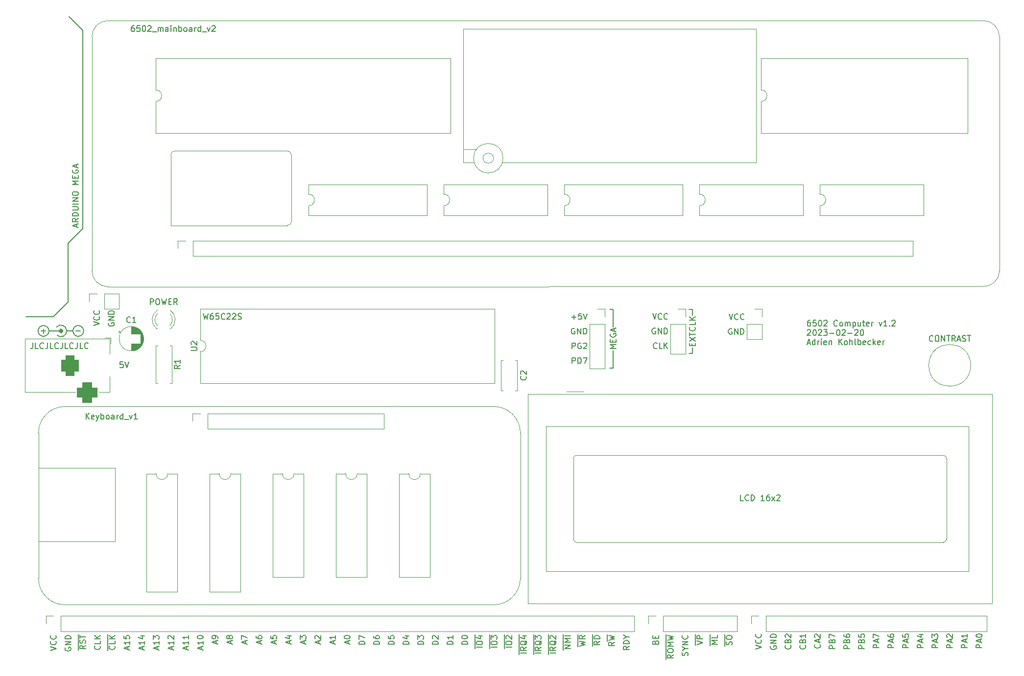
<source format=gto>
G04 #@! TF.GenerationSoftware,KiCad,Pcbnew,(6.0.11-0)*
G04 #@! TF.CreationDate,2023-05-23T16:25:54+02:00*
G04 #@! TF.ProjectId,6502_computer,36353032-5f63-46f6-9d70-757465722e6b,REV*
G04 #@! TF.SameCoordinates,Original*
G04 #@! TF.FileFunction,Legend,Top*
G04 #@! TF.FilePolarity,Positive*
%FSLAX46Y46*%
G04 Gerber Fmt 4.6, Leading zero omitted, Abs format (unit mm)*
G04 Created by KiCad (PCBNEW (6.0.11-0)) date 2023-05-23 16:25:54*
%MOMM*%
%LPD*%
G01*
G04 APERTURE LIST*
G04 Aperture macros list*
%AMRoundRect*
0 Rectangle with rounded corners*
0 $1 Rounding radius*
0 $2 $3 $4 $5 $6 $7 $8 $9 X,Y pos of 4 corners*
0 Add a 4 corners polygon primitive as box body*
4,1,4,$2,$3,$4,$5,$6,$7,$8,$9,$2,$3,0*
0 Add four circle primitives for the rounded corners*
1,1,$1+$1,$2,$3*
1,1,$1+$1,$4,$5*
1,1,$1+$1,$6,$7*
1,1,$1+$1,$8,$9*
0 Add four rect primitives between the rounded corners*
20,1,$1+$1,$2,$3,$4,$5,0*
20,1,$1+$1,$4,$5,$6,$7,0*
20,1,$1+$1,$6,$7,$8,$9,0*
20,1,$1+$1,$8,$9,$2,$3,0*%
G04 Aperture macros list end*
%ADD10C,0.150000*%
%ADD11C,0.120000*%
%ADD12C,0.100000*%
%ADD13C,0.500000*%
%ADD14R,3.500000X3.500000*%
%ADD15RoundRect,0.750000X-0.750000X-1.000000X0.750000X-1.000000X0.750000X1.000000X-0.750000X1.000000X0*%
%ADD16RoundRect,0.875000X-0.875000X-0.875000X0.875000X-0.875000X0.875000X0.875000X-0.875000X0.875000X0*%
%ADD17R,1.700000X1.700000*%
%ADD18O,1.700000X1.700000*%
%ADD19C,3.200000*%
%ADD20C,1.574800*%
%ADD21O,1.574800X1.574800*%
%ADD22C,2.700000*%
%ADD23R,1.600000X1.600000*%
%ADD24O,1.600000X1.600000*%
%ADD25O,1.579880X1.579880*%
%ADD26C,1.600000*%
%ADD27C,3.000000*%
%ADD28R,1.800000X2.600000*%
%ADD29O,1.800000X2.600000*%
%ADD30C,1.440000*%
%ADD31R,1.800000X1.800000*%
%ADD32C,1.800000*%
%ADD33R,1.200000X1.200000*%
%ADD34C,1.200000*%
G04 APERTURE END LIST*
D10*
X76200000Y-46990000D02*
X76200000Y-81280000D01*
X76200000Y-81280000D02*
X73660000Y-83820000D01*
X167894000Y-102362000D02*
X167894000Y-105410000D01*
X73660000Y-83820000D02*
X73660000Y-93980000D01*
X73812400Y-44627800D02*
X76200000Y-46990000D01*
X167894000Y-95250000D02*
X167259000Y-95250000D01*
X181610000Y-95250000D02*
X180975000Y-95250000D01*
X181610000Y-101854000D02*
X181610000Y-102870000D01*
X167894000Y-105410000D02*
X167259000Y-105410000D01*
X167894000Y-98298000D02*
X167894000Y-95250000D01*
X71120000Y-96520000D02*
X66344800Y-96520000D01*
X181610000Y-96266000D02*
X181610000Y-95250000D01*
X73660000Y-93980000D02*
X71120000Y-96520000D01*
X181610000Y-102870000D02*
X180975000Y-102870000D01*
X160789214Y-104602380D02*
X160789214Y-103602380D01*
X161170166Y-103602380D01*
X161265404Y-103650000D01*
X161313023Y-103697619D01*
X161360642Y-103792857D01*
X161360642Y-103935714D01*
X161313023Y-104030952D01*
X161265404Y-104078571D01*
X161170166Y-104126190D01*
X160789214Y-104126190D01*
X161789214Y-104602380D02*
X161789214Y-103602380D01*
X162027309Y-103602380D01*
X162170166Y-103650000D01*
X162265404Y-103745238D01*
X162313023Y-103840476D01*
X162360642Y-104030952D01*
X162360642Y-104173809D01*
X162313023Y-104364285D01*
X162265404Y-104459523D01*
X162170166Y-104554761D01*
X162027309Y-104602380D01*
X161789214Y-104602380D01*
X162693976Y-103602380D02*
X163360642Y-103602380D01*
X162932071Y-104602380D01*
X160668976Y-96601428D02*
X161430880Y-96601428D01*
X161049928Y-96982380D02*
X161049928Y-96220476D01*
X162383261Y-95982380D02*
X161907071Y-95982380D01*
X161859452Y-96458571D01*
X161907071Y-96410952D01*
X162002309Y-96363333D01*
X162240404Y-96363333D01*
X162335642Y-96410952D01*
X162383261Y-96458571D01*
X162430880Y-96553809D01*
X162430880Y-96791904D01*
X162383261Y-96887142D01*
X162335642Y-96934761D01*
X162240404Y-96982380D01*
X162002309Y-96982380D01*
X161907071Y-96934761D01*
X161859452Y-96887142D01*
X162716595Y-95982380D02*
X163049928Y-96982380D01*
X163383261Y-95982380D01*
X226551781Y-153798928D02*
X225551781Y-153798928D01*
X225551781Y-153417976D01*
X225599401Y-153322738D01*
X225647020Y-153275119D01*
X225742258Y-153227500D01*
X225885115Y-153227500D01*
X225980353Y-153275119D01*
X226027972Y-153322738D01*
X226075591Y-153417976D01*
X226075591Y-153798928D01*
X226266067Y-152846547D02*
X226266067Y-152370357D01*
X226551781Y-152941785D02*
X225551781Y-152608452D01*
X226551781Y-152275119D01*
X225647020Y-151989404D02*
X225599401Y-151941785D01*
X225551781Y-151846547D01*
X225551781Y-151608452D01*
X225599401Y-151513214D01*
X225647020Y-151465595D01*
X225742258Y-151417976D01*
X225837496Y-151417976D01*
X225980353Y-151465595D01*
X226551781Y-152037023D01*
X226551781Y-151417976D01*
X175188571Y-152814833D02*
X175236190Y-152671976D01*
X175283809Y-152624357D01*
X175379047Y-152576738D01*
X175521904Y-152576738D01*
X175617142Y-152624357D01*
X175664761Y-152671976D01*
X175712380Y-152767214D01*
X175712380Y-153148166D01*
X174712380Y-153148166D01*
X174712380Y-152814833D01*
X174760000Y-152719595D01*
X174807619Y-152671976D01*
X174902857Y-152624357D01*
X174998095Y-152624357D01*
X175093333Y-152671976D01*
X175140952Y-152719595D01*
X175188571Y-152814833D01*
X175188571Y-153148166D01*
X175188571Y-152148166D02*
X175188571Y-151814833D01*
X175712380Y-151671976D02*
X175712380Y-152148166D01*
X174712380Y-152148166D01*
X174712380Y-151671976D01*
X180744761Y-155148166D02*
X180792380Y-155005309D01*
X180792380Y-154767214D01*
X180744761Y-154671976D01*
X180697142Y-154624357D01*
X180601904Y-154576738D01*
X180506666Y-154576738D01*
X180411428Y-154624357D01*
X180363809Y-154671976D01*
X180316190Y-154767214D01*
X180268571Y-154957690D01*
X180220952Y-155052928D01*
X180173333Y-155100547D01*
X180078095Y-155148166D01*
X179982857Y-155148166D01*
X179887619Y-155100547D01*
X179840000Y-155052928D01*
X179792380Y-154957690D01*
X179792380Y-154719595D01*
X179840000Y-154576738D01*
X180316190Y-153957690D02*
X180792380Y-153957690D01*
X179792380Y-154291023D02*
X180316190Y-153957690D01*
X179792380Y-153624357D01*
X180792380Y-153291023D02*
X179792380Y-153291023D01*
X180792380Y-152719595D01*
X179792380Y-152719595D01*
X180697142Y-151671976D02*
X180744761Y-151719595D01*
X180792380Y-151862452D01*
X180792380Y-151957690D01*
X180744761Y-152100547D01*
X180649523Y-152195785D01*
X180554285Y-152243404D01*
X180363809Y-152291023D01*
X180220952Y-152291023D01*
X180030476Y-152243404D01*
X179935238Y-152195785D01*
X179840000Y-152100547D01*
X179792380Y-151957690D01*
X179792380Y-151862452D01*
X179840000Y-151719595D01*
X179887619Y-151671976D01*
X104306666Y-153100547D02*
X104306666Y-152624357D01*
X104592380Y-153195785D02*
X103592380Y-152862452D01*
X104592380Y-152529119D01*
X103592380Y-152291023D02*
X103592380Y-151624357D01*
X104592380Y-152052928D01*
X140152380Y-153195785D02*
X139152380Y-153195785D01*
X139152380Y-152957690D01*
X139200000Y-152814833D01*
X139295238Y-152719595D01*
X139390476Y-152671976D01*
X139580952Y-152624357D01*
X139723809Y-152624357D01*
X139914285Y-152671976D01*
X140009523Y-152719595D01*
X140104761Y-152814833D01*
X140152380Y-152957690D01*
X140152380Y-153195785D01*
X140152380Y-151671976D02*
X140152380Y-152243404D01*
X140152380Y-151957690D02*
X139152380Y-151957690D01*
X139295238Y-152052928D01*
X139390476Y-152148166D01*
X139438095Y-152243404D01*
X187130000Y-153481500D02*
X187130000Y-152529119D01*
X188364761Y-153291023D02*
X188412380Y-153148166D01*
X188412380Y-152910071D01*
X188364761Y-152814833D01*
X188317142Y-152767214D01*
X188221904Y-152719595D01*
X188126666Y-152719595D01*
X188031428Y-152767214D01*
X187983809Y-152814833D01*
X187936190Y-152910071D01*
X187888571Y-153100547D01*
X187840952Y-153195785D01*
X187793333Y-153243404D01*
X187698095Y-153291023D01*
X187602857Y-153291023D01*
X187507619Y-153243404D01*
X187460000Y-153195785D01*
X187412380Y-153100547D01*
X187412380Y-152862452D01*
X187460000Y-152719595D01*
X187130000Y-152529119D02*
X187130000Y-151481500D01*
X187412380Y-152100547D02*
X187412380Y-151910071D01*
X187460000Y-151814833D01*
X187555238Y-151719595D01*
X187745714Y-151671976D01*
X188079047Y-151671976D01*
X188269523Y-151719595D01*
X188364761Y-151814833D01*
X188412380Y-151910071D01*
X188412380Y-152100547D01*
X188364761Y-152195785D01*
X188269523Y-152291023D01*
X188079047Y-152338642D01*
X187745714Y-152338642D01*
X187555238Y-152291023D01*
X187460000Y-152195785D01*
X187412380Y-152100547D01*
X175448500Y-101957142D02*
X175400880Y-102004761D01*
X175258023Y-102052380D01*
X175162785Y-102052380D01*
X175019928Y-102004761D01*
X174924690Y-101909523D01*
X174877071Y-101814285D01*
X174829452Y-101623809D01*
X174829452Y-101480952D01*
X174877071Y-101290476D01*
X174924690Y-101195238D01*
X175019928Y-101100000D01*
X175162785Y-101052380D01*
X175258023Y-101052380D01*
X175400880Y-101100000D01*
X175448500Y-101147619D01*
X176353261Y-102052380D02*
X175877071Y-102052380D01*
X175877071Y-101052380D01*
X176686595Y-102052380D02*
X176686595Y-101052380D01*
X177258023Y-102052380D02*
X176829452Y-101480952D01*
X177258023Y-101052380D02*
X176686595Y-101623809D01*
X137612380Y-153195785D02*
X136612380Y-153195785D01*
X136612380Y-152957690D01*
X136660000Y-152814833D01*
X136755238Y-152719595D01*
X136850476Y-152671976D01*
X137040952Y-152624357D01*
X137183809Y-152624357D01*
X137374285Y-152671976D01*
X137469523Y-152719595D01*
X137564761Y-152814833D01*
X137612380Y-152957690D01*
X137612380Y-153195785D01*
X136707619Y-152243404D02*
X136660000Y-152195785D01*
X136612380Y-152100547D01*
X136612380Y-151862452D01*
X136660000Y-151767214D01*
X136707619Y-151719595D01*
X136802857Y-151671976D01*
X136898095Y-151671976D01*
X137040952Y-151719595D01*
X137612380Y-152291023D01*
X137612380Y-151671976D01*
X122086666Y-153100547D02*
X122086666Y-152624357D01*
X122372380Y-153195785D02*
X121372380Y-152862452D01*
X122372380Y-152529119D01*
X121372380Y-152005309D02*
X121372380Y-151910071D01*
X121420000Y-151814833D01*
X121467619Y-151767214D01*
X121562857Y-151719595D01*
X121753333Y-151671976D01*
X121991428Y-151671976D01*
X122181904Y-151719595D01*
X122277142Y-151767214D01*
X122324761Y-151814833D01*
X122372380Y-151910071D01*
X122372380Y-152005309D01*
X122324761Y-152100547D01*
X122277142Y-152148166D01*
X122181904Y-152195785D01*
X121991428Y-152243404D01*
X121753333Y-152243404D01*
X121562857Y-152195785D01*
X121467619Y-152148166D01*
X121420000Y-152100547D01*
X121372380Y-152005309D01*
X206231781Y-153941785D02*
X205231781Y-153941785D01*
X205231781Y-153560833D01*
X205279401Y-153465595D01*
X205327020Y-153417976D01*
X205422258Y-153370357D01*
X205565115Y-153370357D01*
X205660353Y-153417976D01*
X205707972Y-153465595D01*
X205755591Y-153560833D01*
X205755591Y-153941785D01*
X205707972Y-152608452D02*
X205755591Y-152465595D01*
X205803210Y-152417976D01*
X205898448Y-152370357D01*
X206041305Y-152370357D01*
X206136543Y-152417976D01*
X206184162Y-152465595D01*
X206231781Y-152560833D01*
X206231781Y-152941785D01*
X205231781Y-152941785D01*
X205231781Y-152608452D01*
X205279401Y-152513214D01*
X205327020Y-152465595D01*
X205422258Y-152417976D01*
X205517496Y-152417976D01*
X205612734Y-152465595D01*
X205660353Y-152513214D01*
X205707972Y-152608452D01*
X205707972Y-152941785D01*
X205231781Y-152037023D02*
X205231781Y-151370357D01*
X206231781Y-151798928D01*
X75770952Y-98988571D02*
X75009047Y-98988571D01*
X97020476Y-95972380D02*
X97258571Y-96972380D01*
X97449047Y-96258095D01*
X97639523Y-96972380D01*
X97877619Y-95972380D01*
X98687142Y-95972380D02*
X98496666Y-95972380D01*
X98401428Y-96020000D01*
X98353809Y-96067619D01*
X98258571Y-96210476D01*
X98210952Y-96400952D01*
X98210952Y-96781904D01*
X98258571Y-96877142D01*
X98306190Y-96924761D01*
X98401428Y-96972380D01*
X98591904Y-96972380D01*
X98687142Y-96924761D01*
X98734761Y-96877142D01*
X98782380Y-96781904D01*
X98782380Y-96543809D01*
X98734761Y-96448571D01*
X98687142Y-96400952D01*
X98591904Y-96353333D01*
X98401428Y-96353333D01*
X98306190Y-96400952D01*
X98258571Y-96448571D01*
X98210952Y-96543809D01*
X99687142Y-95972380D02*
X99210952Y-95972380D01*
X99163333Y-96448571D01*
X99210952Y-96400952D01*
X99306190Y-96353333D01*
X99544285Y-96353333D01*
X99639523Y-96400952D01*
X99687142Y-96448571D01*
X99734761Y-96543809D01*
X99734761Y-96781904D01*
X99687142Y-96877142D01*
X99639523Y-96924761D01*
X99544285Y-96972380D01*
X99306190Y-96972380D01*
X99210952Y-96924761D01*
X99163333Y-96877142D01*
X100734761Y-96877142D02*
X100687142Y-96924761D01*
X100544285Y-96972380D01*
X100449047Y-96972380D01*
X100306190Y-96924761D01*
X100210952Y-96829523D01*
X100163333Y-96734285D01*
X100115714Y-96543809D01*
X100115714Y-96400952D01*
X100163333Y-96210476D01*
X100210952Y-96115238D01*
X100306190Y-96020000D01*
X100449047Y-95972380D01*
X100544285Y-95972380D01*
X100687142Y-96020000D01*
X100734761Y-96067619D01*
X101115714Y-96067619D02*
X101163333Y-96020000D01*
X101258571Y-95972380D01*
X101496666Y-95972380D01*
X101591904Y-96020000D01*
X101639523Y-96067619D01*
X101687142Y-96162857D01*
X101687142Y-96258095D01*
X101639523Y-96400952D01*
X101068095Y-96972380D01*
X101687142Y-96972380D01*
X102068095Y-96067619D02*
X102115714Y-96020000D01*
X102210952Y-95972380D01*
X102449047Y-95972380D01*
X102544285Y-96020000D01*
X102591904Y-96067619D01*
X102639523Y-96162857D01*
X102639523Y-96258095D01*
X102591904Y-96400952D01*
X102020476Y-96972380D01*
X102639523Y-96972380D01*
X103020476Y-96924761D02*
X103163333Y-96972380D01*
X103401428Y-96972380D01*
X103496666Y-96924761D01*
X103544285Y-96877142D01*
X103591904Y-96781904D01*
X103591904Y-96686666D01*
X103544285Y-96591428D01*
X103496666Y-96543809D01*
X103401428Y-96496190D01*
X103210952Y-96448571D01*
X103115714Y-96400952D01*
X103068095Y-96353333D01*
X103020476Y-96258095D01*
X103020476Y-96162857D01*
X103068095Y-96067619D01*
X103115714Y-96020000D01*
X103210952Y-95972380D01*
X103449047Y-95972380D01*
X103591904Y-96020000D01*
X187894595Y-96022380D02*
X188227928Y-97022380D01*
X188561261Y-96022380D01*
X189466023Y-96927142D02*
X189418404Y-96974761D01*
X189275547Y-97022380D01*
X189180309Y-97022380D01*
X189037452Y-96974761D01*
X188942214Y-96879523D01*
X188894595Y-96784285D01*
X188846976Y-96593809D01*
X188846976Y-96450952D01*
X188894595Y-96260476D01*
X188942214Y-96165238D01*
X189037452Y-96070000D01*
X189180309Y-96022380D01*
X189275547Y-96022380D01*
X189418404Y-96070000D01*
X189466023Y-96117619D01*
X190466023Y-96927142D02*
X190418404Y-96974761D01*
X190275547Y-97022380D01*
X190180309Y-97022380D01*
X190037452Y-96974761D01*
X189942214Y-96879523D01*
X189894595Y-96784285D01*
X189846976Y-96593809D01*
X189846976Y-96450952D01*
X189894595Y-96260476D01*
X189942214Y-96165238D01*
X190037452Y-96070000D01*
X190180309Y-96022380D01*
X190275547Y-96022380D01*
X190418404Y-96070000D01*
X190466023Y-96117619D01*
X114466666Y-153100547D02*
X114466666Y-152624357D01*
X114752380Y-153195785D02*
X113752380Y-152862452D01*
X114752380Y-152529119D01*
X113752380Y-152291023D02*
X113752380Y-151671976D01*
X114133333Y-152005309D01*
X114133333Y-151862452D01*
X114180952Y-151767214D01*
X114228571Y-151719595D01*
X114323809Y-151671976D01*
X114561904Y-151671976D01*
X114657142Y-151719595D01*
X114704761Y-151767214D01*
X114752380Y-151862452D01*
X114752380Y-152148166D01*
X114704761Y-152243404D01*
X114657142Y-152291023D01*
X213851781Y-153798928D02*
X212851781Y-153798928D01*
X212851781Y-153417976D01*
X212899401Y-153322738D01*
X212947020Y-153275119D01*
X213042258Y-153227500D01*
X213185115Y-153227500D01*
X213280353Y-153275119D01*
X213327972Y-153322738D01*
X213375591Y-153417976D01*
X213375591Y-153798928D01*
X213566067Y-152846547D02*
X213566067Y-152370357D01*
X213851781Y-152941785D02*
X212851781Y-152608452D01*
X213851781Y-152275119D01*
X212851781Y-152037023D02*
X212851781Y-151370357D01*
X213851781Y-151798928D01*
X181538571Y-101536190D02*
X181538571Y-101202857D01*
X182062380Y-101060000D02*
X182062380Y-101536190D01*
X181062380Y-101536190D01*
X181062380Y-101060000D01*
X181062380Y-100726666D02*
X182062380Y-100060000D01*
X181062380Y-100060000D02*
X182062380Y-100726666D01*
X181062380Y-99821904D02*
X181062380Y-99250476D01*
X182062380Y-99536190D02*
X181062380Y-99536190D01*
X181967142Y-98345714D02*
X182014761Y-98393333D01*
X182062380Y-98536190D01*
X182062380Y-98631428D01*
X182014761Y-98774285D01*
X181919523Y-98869523D01*
X181824285Y-98917142D01*
X181633809Y-98964761D01*
X181490952Y-98964761D01*
X181300476Y-98917142D01*
X181205238Y-98869523D01*
X181110000Y-98774285D01*
X181062380Y-98631428D01*
X181062380Y-98536190D01*
X181110000Y-98393333D01*
X181157619Y-98345714D01*
X182062380Y-97440952D02*
X182062380Y-97917142D01*
X181062380Y-97917142D01*
X182062380Y-97107619D02*
X181062380Y-97107619D01*
X182062380Y-96536190D02*
X181490952Y-96964761D01*
X181062380Y-96536190D02*
X181633809Y-97107619D01*
X170632380Y-153529119D02*
X170156190Y-153862452D01*
X170632380Y-154100547D02*
X169632380Y-154100547D01*
X169632380Y-153719595D01*
X169680000Y-153624357D01*
X169727619Y-153576738D01*
X169822857Y-153529119D01*
X169965714Y-153529119D01*
X170060952Y-153576738D01*
X170108571Y-153624357D01*
X170156190Y-153719595D01*
X170156190Y-154100547D01*
X170632380Y-153100547D02*
X169632380Y-153100547D01*
X169632380Y-152862452D01*
X169680000Y-152719595D01*
X169775238Y-152624357D01*
X169870476Y-152576738D01*
X170060952Y-152529119D01*
X170203809Y-152529119D01*
X170394285Y-152576738D01*
X170489523Y-152624357D01*
X170584761Y-152719595D01*
X170632380Y-152862452D01*
X170632380Y-153100547D01*
X170156190Y-151910071D02*
X170632380Y-151910071D01*
X169632380Y-152243404D02*
X170156190Y-151910071D01*
X169632380Y-151576738D01*
X75370000Y-154195785D02*
X75370000Y-153195785D01*
X76652380Y-153386261D02*
X76176190Y-153719595D01*
X76652380Y-153957690D02*
X75652380Y-153957690D01*
X75652380Y-153576738D01*
X75700000Y-153481500D01*
X75747619Y-153433880D01*
X75842857Y-153386261D01*
X75985714Y-153386261D01*
X76080952Y-153433880D01*
X76128571Y-153481500D01*
X76176190Y-153576738D01*
X76176190Y-153957690D01*
X75370000Y-153195785D02*
X75370000Y-152243404D01*
X76604761Y-153005309D02*
X76652380Y-152862452D01*
X76652380Y-152624357D01*
X76604761Y-152529119D01*
X76557142Y-152481500D01*
X76461904Y-152433880D01*
X76366666Y-152433880D01*
X76271428Y-152481500D01*
X76223809Y-152529119D01*
X76176190Y-152624357D01*
X76128571Y-152814833D01*
X76080952Y-152910071D01*
X76033333Y-152957690D01*
X75938095Y-153005309D01*
X75842857Y-153005309D01*
X75747619Y-152957690D01*
X75700000Y-152910071D01*
X75652380Y-152814833D01*
X75652380Y-152576738D01*
X75700000Y-152433880D01*
X75370000Y-152243404D02*
X75370000Y-151481500D01*
X75652380Y-152148166D02*
X75652380Y-151576738D01*
X76652380Y-151862452D02*
X75652380Y-151862452D01*
X70572380Y-154243404D02*
X71572380Y-153910071D01*
X70572380Y-153576738D01*
X71477142Y-152671976D02*
X71524761Y-152719595D01*
X71572380Y-152862452D01*
X71572380Y-152957690D01*
X71524761Y-153100547D01*
X71429523Y-153195785D01*
X71334285Y-153243404D01*
X71143809Y-153291023D01*
X71000952Y-153291023D01*
X70810476Y-153243404D01*
X70715238Y-153195785D01*
X70620000Y-153100547D01*
X70572380Y-152957690D01*
X70572380Y-152862452D01*
X70620000Y-152719595D01*
X70667619Y-152671976D01*
X71477142Y-151671976D02*
X71524761Y-151719595D01*
X71572380Y-151862452D01*
X71572380Y-151957690D01*
X71524761Y-152100547D01*
X71429523Y-152195785D01*
X71334285Y-152243404D01*
X71143809Y-152291023D01*
X71000952Y-152291023D01*
X70810476Y-152243404D01*
X70715238Y-152195785D01*
X70620000Y-152100547D01*
X70572380Y-151957690D01*
X70572380Y-151862452D01*
X70620000Y-151719595D01*
X70667619Y-151671976D01*
X106846666Y-153100547D02*
X106846666Y-152624357D01*
X107132380Y-153195785D02*
X106132380Y-152862452D01*
X107132380Y-152529119D01*
X106132380Y-151767214D02*
X106132380Y-151957690D01*
X106180000Y-152052928D01*
X106227619Y-152100547D01*
X106370476Y-152195785D01*
X106560952Y-152243404D01*
X106941904Y-152243404D01*
X107037142Y-152195785D01*
X107084761Y-152148166D01*
X107132380Y-152052928D01*
X107132380Y-151862452D01*
X107084761Y-151767214D01*
X107037142Y-151719595D01*
X106941904Y-151671976D01*
X106703809Y-151671976D01*
X106608571Y-151719595D01*
X106560952Y-151767214D01*
X106513333Y-151862452D01*
X106513333Y-152052928D01*
X106560952Y-152148166D01*
X106608571Y-152195785D01*
X106703809Y-152243404D01*
X224011781Y-153798928D02*
X223011781Y-153798928D01*
X223011781Y-153417976D01*
X223059401Y-153322738D01*
X223107020Y-153275119D01*
X223202258Y-153227500D01*
X223345115Y-153227500D01*
X223440353Y-153275119D01*
X223487972Y-153322738D01*
X223535591Y-153417976D01*
X223535591Y-153798928D01*
X223726067Y-152846547D02*
X223726067Y-152370357D01*
X224011781Y-152941785D02*
X223011781Y-152608452D01*
X224011781Y-152275119D01*
X223011781Y-152037023D02*
X223011781Y-151417976D01*
X223392734Y-151751309D01*
X223392734Y-151608452D01*
X223440353Y-151513214D01*
X223487972Y-151465595D01*
X223583210Y-151417976D01*
X223821305Y-151417976D01*
X223916543Y-151465595D01*
X223964162Y-151513214D01*
X224011781Y-151608452D01*
X224011781Y-151894166D01*
X223964162Y-151989404D01*
X223916543Y-152037023D01*
X164270000Y-153481500D02*
X164270000Y-152481500D01*
X165552380Y-152671976D02*
X165076190Y-153005309D01*
X165552380Y-153243404D02*
X164552380Y-153243404D01*
X164552380Y-152862452D01*
X164600000Y-152767214D01*
X164647619Y-152719595D01*
X164742857Y-152671976D01*
X164885714Y-152671976D01*
X164980952Y-152719595D01*
X165028571Y-152767214D01*
X165076190Y-152862452D01*
X165076190Y-153243404D01*
X164270000Y-152481500D02*
X164270000Y-151481500D01*
X165552380Y-152243404D02*
X164552380Y-152243404D01*
X164552380Y-152005309D01*
X164600000Y-151862452D01*
X164695238Y-151767214D01*
X164790476Y-151719595D01*
X164980952Y-151671976D01*
X165123809Y-151671976D01*
X165314285Y-151719595D01*
X165409523Y-151767214D01*
X165504761Y-151862452D01*
X165552380Y-152005309D01*
X165552380Y-152243404D01*
X80656000Y-97593214D02*
X80608380Y-97688452D01*
X80608380Y-97831309D01*
X80656000Y-97974166D01*
X80751238Y-98069404D01*
X80846476Y-98117023D01*
X81036952Y-98164642D01*
X81179809Y-98164642D01*
X81370285Y-98117023D01*
X81465523Y-98069404D01*
X81560761Y-97974166D01*
X81608380Y-97831309D01*
X81608380Y-97736071D01*
X81560761Y-97593214D01*
X81513142Y-97545595D01*
X81179809Y-97545595D01*
X81179809Y-97736071D01*
X81608380Y-97117023D02*
X80608380Y-97117023D01*
X81608380Y-96545595D01*
X80608380Y-96545595D01*
X81608380Y-96069404D02*
X80608380Y-96069404D01*
X80608380Y-95831309D01*
X80656000Y-95688452D01*
X80751238Y-95593214D01*
X80846476Y-95545595D01*
X81036952Y-95497976D01*
X81179809Y-95497976D01*
X81370285Y-95545595D01*
X81465523Y-95593214D01*
X81560761Y-95688452D01*
X81608380Y-95831309D01*
X81608380Y-96069404D01*
X80450000Y-154291023D02*
X80450000Y-153291023D01*
X81637142Y-153481500D02*
X81684761Y-153529119D01*
X81732380Y-153671976D01*
X81732380Y-153767214D01*
X81684761Y-153910071D01*
X81589523Y-154005309D01*
X81494285Y-154052928D01*
X81303809Y-154100547D01*
X81160952Y-154100547D01*
X80970476Y-154052928D01*
X80875238Y-154005309D01*
X80780000Y-153910071D01*
X80732380Y-153767214D01*
X80732380Y-153671976D01*
X80780000Y-153529119D01*
X80827619Y-153481500D01*
X80450000Y-153291023D02*
X80450000Y-152481500D01*
X81732380Y-152576738D02*
X81732380Y-153052928D01*
X80732380Y-153052928D01*
X80450000Y-152481500D02*
X80450000Y-151481500D01*
X81732380Y-152243404D02*
X80732380Y-152243404D01*
X81732380Y-151671976D02*
X81160952Y-152100547D01*
X80732380Y-151671976D02*
X81303809Y-152243404D01*
X192492380Y-153989404D02*
X193492380Y-153656071D01*
X192492380Y-153322738D01*
X193397142Y-152417976D02*
X193444761Y-152465595D01*
X193492380Y-152608452D01*
X193492380Y-152703690D01*
X193444761Y-152846547D01*
X193349523Y-152941785D01*
X193254285Y-152989404D01*
X193063809Y-153037023D01*
X192920952Y-153037023D01*
X192730476Y-152989404D01*
X192635238Y-152941785D01*
X192540000Y-152846547D01*
X192492380Y-152703690D01*
X192492380Y-152608452D01*
X192540000Y-152465595D01*
X192587619Y-152417976D01*
X193397142Y-151417976D02*
X193444761Y-151465595D01*
X193492380Y-151608452D01*
X193492380Y-151703690D01*
X193444761Y-151846547D01*
X193349523Y-151941785D01*
X193254285Y-151989404D01*
X193063809Y-152037023D01*
X192920952Y-152037023D01*
X192730476Y-151989404D01*
X192635238Y-151941785D01*
X192540000Y-151846547D01*
X192492380Y-151703690D01*
X192492380Y-151608452D01*
X192540000Y-151465595D01*
X192587619Y-151417976D01*
X119546666Y-153100547D02*
X119546666Y-152624357D01*
X119832380Y-153195785D02*
X118832380Y-152862452D01*
X119832380Y-152529119D01*
X119832380Y-151671976D02*
X119832380Y-152243404D01*
X119832380Y-151957690D02*
X118832380Y-151957690D01*
X118975238Y-152052928D01*
X119070476Y-152148166D01*
X119118095Y-152243404D01*
X146490000Y-153957690D02*
X146490000Y-153481500D01*
X147772380Y-153719595D02*
X146772380Y-153719595D01*
X146490000Y-153481500D02*
X146490000Y-152433880D01*
X146772380Y-153052928D02*
X146772380Y-152862452D01*
X146820000Y-152767214D01*
X146915238Y-152671976D01*
X147105714Y-152624357D01*
X147439047Y-152624357D01*
X147629523Y-152671976D01*
X147724761Y-152767214D01*
X147772380Y-152862452D01*
X147772380Y-153052928D01*
X147724761Y-153148166D01*
X147629523Y-153243404D01*
X147439047Y-153291023D01*
X147105714Y-153291023D01*
X146915238Y-153243404D01*
X146820000Y-153148166D01*
X146772380Y-153052928D01*
X146490000Y-152433880D02*
X146490000Y-151481500D01*
X146772380Y-152291023D02*
X146772380Y-151671976D01*
X147153333Y-152005309D01*
X147153333Y-151862452D01*
X147200952Y-151767214D01*
X147248571Y-151719595D01*
X147343809Y-151671976D01*
X147581904Y-151671976D01*
X147677142Y-151719595D01*
X147724761Y-151767214D01*
X147772380Y-151862452D01*
X147772380Y-152148166D01*
X147724761Y-152243404D01*
X147677142Y-152291023D01*
X129992380Y-153195785D02*
X128992380Y-153195785D01*
X128992380Y-152957690D01*
X129040000Y-152814833D01*
X129135238Y-152719595D01*
X129230476Y-152671976D01*
X129420952Y-152624357D01*
X129563809Y-152624357D01*
X129754285Y-152671976D01*
X129849523Y-152719595D01*
X129944761Y-152814833D01*
X129992380Y-152957690D01*
X129992380Y-153195785D01*
X128992380Y-151719595D02*
X128992380Y-152195785D01*
X129468571Y-152243404D01*
X129420952Y-152195785D01*
X129373333Y-152100547D01*
X129373333Y-151862452D01*
X129420952Y-151767214D01*
X129468571Y-151719595D01*
X129563809Y-151671976D01*
X129801904Y-151671976D01*
X129897142Y-151719595D01*
X129944761Y-151767214D01*
X129992380Y-151862452D01*
X129992380Y-152100547D01*
X129944761Y-152195785D01*
X129897142Y-152243404D01*
X182050000Y-153338642D02*
X182050000Y-152481500D01*
X182332380Y-153243404D02*
X183332380Y-152910071D01*
X182332380Y-152576738D01*
X182050000Y-152481500D02*
X182050000Y-151481500D01*
X183332380Y-152243404D02*
X182332380Y-152243404D01*
X182332380Y-151862452D01*
X182380000Y-151767214D01*
X182427619Y-151719595D01*
X182522857Y-151671976D01*
X182665714Y-151671976D01*
X182760952Y-151719595D01*
X182808571Y-151767214D01*
X182856190Y-151862452D01*
X182856190Y-152243404D01*
X111926666Y-153100547D02*
X111926666Y-152624357D01*
X112212380Y-153195785D02*
X111212380Y-152862452D01*
X112212380Y-152529119D01*
X111545714Y-151767214D02*
X112212380Y-151767214D01*
X111164761Y-152005309D02*
X111879047Y-152243404D01*
X111879047Y-151624357D01*
X174686595Y-95972380D02*
X175019928Y-96972380D01*
X175353261Y-95972380D01*
X176258023Y-96877142D02*
X176210404Y-96924761D01*
X176067547Y-96972380D01*
X175972309Y-96972380D01*
X175829452Y-96924761D01*
X175734214Y-96829523D01*
X175686595Y-96734285D01*
X175638976Y-96543809D01*
X175638976Y-96400952D01*
X175686595Y-96210476D01*
X175734214Y-96115238D01*
X175829452Y-96020000D01*
X175972309Y-95972380D01*
X176067547Y-95972380D01*
X176210404Y-96020000D01*
X176258023Y-96067619D01*
X177258023Y-96877142D02*
X177210404Y-96924761D01*
X177067547Y-96972380D01*
X176972309Y-96972380D01*
X176829452Y-96924761D01*
X176734214Y-96829523D01*
X176686595Y-96734285D01*
X176638976Y-96543809D01*
X176638976Y-96400952D01*
X176686595Y-96210476D01*
X176734214Y-96115238D01*
X176829452Y-96020000D01*
X176972309Y-95972380D01*
X177067547Y-95972380D01*
X177210404Y-96020000D01*
X177258023Y-96067619D01*
X190389238Y-128331880D02*
X189913047Y-128331880D01*
X189913047Y-127331880D01*
X191294000Y-128236642D02*
X191246380Y-128284261D01*
X191103523Y-128331880D01*
X191008285Y-128331880D01*
X190865428Y-128284261D01*
X190770190Y-128189023D01*
X190722571Y-128093785D01*
X190674952Y-127903309D01*
X190674952Y-127760452D01*
X190722571Y-127569976D01*
X190770190Y-127474738D01*
X190865428Y-127379500D01*
X191008285Y-127331880D01*
X191103523Y-127331880D01*
X191246380Y-127379500D01*
X191294000Y-127427119D01*
X191722571Y-128331880D02*
X191722571Y-127331880D01*
X191960666Y-127331880D01*
X192103523Y-127379500D01*
X192198761Y-127474738D01*
X192246380Y-127569976D01*
X192294000Y-127760452D01*
X192294000Y-127903309D01*
X192246380Y-128093785D01*
X192198761Y-128189023D01*
X192103523Y-128284261D01*
X191960666Y-128331880D01*
X191722571Y-128331880D01*
X194008285Y-128331880D02*
X193436857Y-128331880D01*
X193722571Y-128331880D02*
X193722571Y-127331880D01*
X193627333Y-127474738D01*
X193532095Y-127569976D01*
X193436857Y-127617595D01*
X194865428Y-127331880D02*
X194674952Y-127331880D01*
X194579714Y-127379500D01*
X194532095Y-127427119D01*
X194436857Y-127569976D01*
X194389238Y-127760452D01*
X194389238Y-128141404D01*
X194436857Y-128236642D01*
X194484476Y-128284261D01*
X194579714Y-128331880D01*
X194770190Y-128331880D01*
X194865428Y-128284261D01*
X194913047Y-128236642D01*
X194960666Y-128141404D01*
X194960666Y-127903309D01*
X194913047Y-127808071D01*
X194865428Y-127760452D01*
X194770190Y-127712833D01*
X194579714Y-127712833D01*
X194484476Y-127760452D01*
X194436857Y-127808071D01*
X194389238Y-127903309D01*
X195294000Y-128331880D02*
X195817809Y-127665214D01*
X195294000Y-127665214D02*
X195817809Y-128331880D01*
X196151142Y-127427119D02*
X196198761Y-127379500D01*
X196294000Y-127331880D01*
X196532095Y-127331880D01*
X196627333Y-127379500D01*
X196674952Y-127427119D01*
X196722571Y-127522357D01*
X196722571Y-127617595D01*
X196674952Y-127760452D01*
X196103523Y-128331880D01*
X196722571Y-128331880D01*
X201056543Y-153370357D02*
X201104162Y-153417976D01*
X201151781Y-153560833D01*
X201151781Y-153656071D01*
X201104162Y-153798928D01*
X201008924Y-153894166D01*
X200913686Y-153941785D01*
X200723210Y-153989404D01*
X200580353Y-153989404D01*
X200389877Y-153941785D01*
X200294639Y-153894166D01*
X200199401Y-153798928D01*
X200151781Y-153656071D01*
X200151781Y-153560833D01*
X200199401Y-153417976D01*
X200247020Y-153370357D01*
X200627972Y-152608452D02*
X200675591Y-152465595D01*
X200723210Y-152417976D01*
X200818448Y-152370357D01*
X200961305Y-152370357D01*
X201056543Y-152417976D01*
X201104162Y-152465595D01*
X201151781Y-152560833D01*
X201151781Y-152941785D01*
X200151781Y-152941785D01*
X200151781Y-152608452D01*
X200199401Y-152513214D01*
X200247020Y-152465595D01*
X200342258Y-152417976D01*
X200437496Y-152417976D01*
X200532734Y-152465595D01*
X200580353Y-152513214D01*
X200627972Y-152608452D01*
X200627972Y-152941785D01*
X201151781Y-151417976D02*
X201151781Y-151989404D01*
X201151781Y-151703690D02*
X200151781Y-151703690D01*
X200294639Y-151798928D01*
X200389877Y-151894166D01*
X200437496Y-151989404D01*
X94146666Y-154052928D02*
X94146666Y-153576738D01*
X94432380Y-154148166D02*
X93432380Y-153814833D01*
X94432380Y-153481500D01*
X94432380Y-152624357D02*
X94432380Y-153195785D01*
X94432380Y-152910071D02*
X93432380Y-152910071D01*
X93575238Y-153005309D01*
X93670476Y-153100547D01*
X93718095Y-153195785D01*
X94432380Y-151671976D02*
X94432380Y-152243404D01*
X94432380Y-151957690D02*
X93432380Y-151957690D01*
X93575238Y-152052928D01*
X93670476Y-152148166D01*
X93718095Y-152243404D01*
X75096666Y-80992023D02*
X75096666Y-80515833D01*
X75382380Y-81087261D02*
X74382380Y-80753928D01*
X75382380Y-80420595D01*
X75382380Y-79515833D02*
X74906190Y-79849166D01*
X75382380Y-80087261D02*
X74382380Y-80087261D01*
X74382380Y-79706309D01*
X74430000Y-79611071D01*
X74477619Y-79563452D01*
X74572857Y-79515833D01*
X74715714Y-79515833D01*
X74810952Y-79563452D01*
X74858571Y-79611071D01*
X74906190Y-79706309D01*
X74906190Y-80087261D01*
X75382380Y-79087261D02*
X74382380Y-79087261D01*
X74382380Y-78849166D01*
X74430000Y-78706309D01*
X74525238Y-78611071D01*
X74620476Y-78563452D01*
X74810952Y-78515833D01*
X74953809Y-78515833D01*
X75144285Y-78563452D01*
X75239523Y-78611071D01*
X75334761Y-78706309D01*
X75382380Y-78849166D01*
X75382380Y-79087261D01*
X74382380Y-78087261D02*
X75191904Y-78087261D01*
X75287142Y-78039642D01*
X75334761Y-77992023D01*
X75382380Y-77896785D01*
X75382380Y-77706309D01*
X75334761Y-77611071D01*
X75287142Y-77563452D01*
X75191904Y-77515833D01*
X74382380Y-77515833D01*
X75382380Y-77039642D02*
X74382380Y-77039642D01*
X75382380Y-76563452D02*
X74382380Y-76563452D01*
X75382380Y-75992023D01*
X74382380Y-75992023D01*
X74382380Y-75325357D02*
X74382380Y-75134880D01*
X74430000Y-75039642D01*
X74525238Y-74944404D01*
X74715714Y-74896785D01*
X75049047Y-74896785D01*
X75239523Y-74944404D01*
X75334761Y-75039642D01*
X75382380Y-75134880D01*
X75382380Y-75325357D01*
X75334761Y-75420595D01*
X75239523Y-75515833D01*
X75049047Y-75563452D01*
X74715714Y-75563452D01*
X74525238Y-75515833D01*
X74430000Y-75420595D01*
X74382380Y-75325357D01*
X75382380Y-73706309D02*
X74382380Y-73706309D01*
X75096666Y-73372976D01*
X74382380Y-73039642D01*
X75382380Y-73039642D01*
X74858571Y-72563452D02*
X74858571Y-72230119D01*
X75382380Y-72087261D02*
X75382380Y-72563452D01*
X74382380Y-72563452D01*
X74382380Y-72087261D01*
X74430000Y-71134880D02*
X74382380Y-71230119D01*
X74382380Y-71372976D01*
X74430000Y-71515833D01*
X74525238Y-71611071D01*
X74620476Y-71658690D01*
X74810952Y-71706309D01*
X74953809Y-71706309D01*
X75144285Y-71658690D01*
X75239523Y-71611071D01*
X75334761Y-71515833D01*
X75382380Y-71372976D01*
X75382380Y-71277738D01*
X75334761Y-71134880D01*
X75287142Y-71087261D01*
X74953809Y-71087261D01*
X74953809Y-71277738D01*
X75096666Y-70706309D02*
X75096666Y-70230119D01*
X75382380Y-70801547D02*
X74382380Y-70468214D01*
X75382380Y-70134880D01*
X83986666Y-154052928D02*
X83986666Y-153576738D01*
X84272380Y-154148166D02*
X83272380Y-153814833D01*
X84272380Y-153481500D01*
X84272380Y-152624357D02*
X84272380Y-153195785D01*
X84272380Y-152910071D02*
X83272380Y-152910071D01*
X83415238Y-153005309D01*
X83510476Y-153100547D01*
X83558095Y-153195785D01*
X83272380Y-151719595D02*
X83272380Y-152195785D01*
X83748571Y-152243404D01*
X83700952Y-152195785D01*
X83653333Y-152100547D01*
X83653333Y-151862452D01*
X83700952Y-151767214D01*
X83748571Y-151719595D01*
X83843809Y-151671976D01*
X84081904Y-151671976D01*
X84177142Y-151719595D01*
X84224761Y-151767214D01*
X84272380Y-151862452D01*
X84272380Y-152100547D01*
X84224761Y-152195785D01*
X84177142Y-152243404D01*
X203596543Y-153227500D02*
X203644162Y-153275119D01*
X203691781Y-153417976D01*
X203691781Y-153513214D01*
X203644162Y-153656071D01*
X203548924Y-153751309D01*
X203453686Y-153798928D01*
X203263210Y-153846547D01*
X203120353Y-153846547D01*
X202929877Y-153798928D01*
X202834639Y-153751309D01*
X202739401Y-153656071D01*
X202691781Y-153513214D01*
X202691781Y-153417976D01*
X202739401Y-153275119D01*
X202787020Y-153227500D01*
X203406067Y-152846547D02*
X203406067Y-152370357D01*
X203691781Y-152941785D02*
X202691781Y-152608452D01*
X203691781Y-152275119D01*
X202787020Y-151989404D02*
X202739401Y-151941785D01*
X202691781Y-151846547D01*
X202691781Y-151608452D01*
X202739401Y-151513214D01*
X202787020Y-151465595D01*
X202882258Y-151417976D01*
X202977496Y-151417976D01*
X203120353Y-151465595D01*
X203691781Y-152037023D01*
X203691781Y-151417976D01*
X168346380Y-102044285D02*
X167346380Y-102044285D01*
X168060666Y-101710952D01*
X167346380Y-101377619D01*
X168346380Y-101377619D01*
X167822571Y-100901428D02*
X167822571Y-100568095D01*
X168346380Y-100425238D02*
X168346380Y-100901428D01*
X167346380Y-100901428D01*
X167346380Y-100425238D01*
X167394000Y-99472857D02*
X167346380Y-99568095D01*
X167346380Y-99710952D01*
X167394000Y-99853809D01*
X167489238Y-99949047D01*
X167584476Y-99996666D01*
X167774952Y-100044285D01*
X167917809Y-100044285D01*
X168108285Y-99996666D01*
X168203523Y-99949047D01*
X168298761Y-99853809D01*
X168346380Y-99710952D01*
X168346380Y-99615714D01*
X168298761Y-99472857D01*
X168251142Y-99425238D01*
X167917809Y-99425238D01*
X167917809Y-99615714D01*
X168060666Y-99044285D02*
X168060666Y-98568095D01*
X168346380Y-99139523D02*
X167346380Y-98806190D01*
X168346380Y-98472857D01*
X91606666Y-154052928D02*
X91606666Y-153576738D01*
X91892380Y-154148166D02*
X90892380Y-153814833D01*
X91892380Y-153481500D01*
X91892380Y-152624357D02*
X91892380Y-153195785D01*
X91892380Y-152910071D02*
X90892380Y-152910071D01*
X91035238Y-153005309D01*
X91130476Y-153100547D01*
X91178095Y-153195785D01*
X90987619Y-152243404D02*
X90940000Y-152195785D01*
X90892380Y-152100547D01*
X90892380Y-151862452D01*
X90940000Y-151767214D01*
X90987619Y-151719595D01*
X91082857Y-151671976D01*
X91178095Y-151671976D01*
X91320952Y-151719595D01*
X91892380Y-152291023D01*
X91892380Y-151671976D01*
X154110000Y-154957690D02*
X154110000Y-154481500D01*
X155392380Y-154719595D02*
X154392380Y-154719595D01*
X154110000Y-154481500D02*
X154110000Y-153481500D01*
X155392380Y-153671976D02*
X154916190Y-154005309D01*
X155392380Y-154243404D02*
X154392380Y-154243404D01*
X154392380Y-153862452D01*
X154440000Y-153767214D01*
X154487619Y-153719595D01*
X154582857Y-153671976D01*
X154725714Y-153671976D01*
X154820952Y-153719595D01*
X154868571Y-153767214D01*
X154916190Y-153862452D01*
X154916190Y-154243404D01*
X154110000Y-153481500D02*
X154110000Y-152433880D01*
X155487619Y-152576738D02*
X155440000Y-152671976D01*
X155344761Y-152767214D01*
X155201904Y-152910071D01*
X155154285Y-153005309D01*
X155154285Y-153100547D01*
X155392380Y-153052928D02*
X155344761Y-153148166D01*
X155249523Y-153243404D01*
X155059047Y-153291023D01*
X154725714Y-153291023D01*
X154535238Y-153243404D01*
X154440000Y-153148166D01*
X154392380Y-153052928D01*
X154392380Y-152862452D01*
X154440000Y-152767214D01*
X154535238Y-152671976D01*
X154725714Y-152624357D01*
X155059047Y-152624357D01*
X155249523Y-152671976D01*
X155344761Y-152767214D01*
X155392380Y-152862452D01*
X155392380Y-153052928D01*
X154110000Y-152433880D02*
X154110000Y-151481500D01*
X154392380Y-152291023D02*
X154392380Y-151671976D01*
X154773333Y-152005309D01*
X154773333Y-151862452D01*
X154820952Y-151767214D01*
X154868571Y-151719595D01*
X154963809Y-151671976D01*
X155201904Y-151671976D01*
X155297142Y-151719595D01*
X155344761Y-151767214D01*
X155392380Y-151862452D01*
X155392380Y-152148166D01*
X155344761Y-152243404D01*
X155297142Y-152291023D01*
X216391781Y-153798928D02*
X215391781Y-153798928D01*
X215391781Y-153417976D01*
X215439401Y-153322738D01*
X215487020Y-153275119D01*
X215582258Y-153227500D01*
X215725115Y-153227500D01*
X215820353Y-153275119D01*
X215867972Y-153322738D01*
X215915591Y-153417976D01*
X215915591Y-153798928D01*
X216106067Y-152846547D02*
X216106067Y-152370357D01*
X216391781Y-152941785D02*
X215391781Y-152608452D01*
X216391781Y-152275119D01*
X215391781Y-151513214D02*
X215391781Y-151703690D01*
X215439401Y-151798928D01*
X215487020Y-151846547D01*
X215629877Y-151941785D01*
X215820353Y-151989404D01*
X216201305Y-151989404D01*
X216296543Y-151941785D01*
X216344162Y-151894166D01*
X216391781Y-151798928D01*
X216391781Y-151608452D01*
X216344162Y-151513214D01*
X216296543Y-151465595D01*
X216201305Y-151417976D01*
X215963210Y-151417976D01*
X215867972Y-151465595D01*
X215820353Y-151513214D01*
X215772734Y-151608452D01*
X215772734Y-151798928D01*
X215820353Y-151894166D01*
X215867972Y-151941785D01*
X215963210Y-151989404D01*
X83121523Y-104354380D02*
X82645333Y-104354380D01*
X82597714Y-104830571D01*
X82645333Y-104782952D01*
X82740571Y-104735333D01*
X82978666Y-104735333D01*
X83073904Y-104782952D01*
X83121523Y-104830571D01*
X83169142Y-104925809D01*
X83169142Y-105163904D01*
X83121523Y-105259142D01*
X83073904Y-105306761D01*
X82978666Y-105354380D01*
X82740571Y-105354380D01*
X82645333Y-105306761D01*
X82597714Y-105259142D01*
X83454857Y-104354380D02*
X83788190Y-105354380D01*
X84121523Y-104354380D01*
X184590000Y-153433880D02*
X184590000Y-152291023D01*
X185872380Y-153195785D02*
X184872380Y-153195785D01*
X185586666Y-152862452D01*
X184872380Y-152529119D01*
X185872380Y-152529119D01*
X184590000Y-152291023D02*
X184590000Y-151481500D01*
X185872380Y-151576738D02*
X185872380Y-152052928D01*
X184872380Y-152052928D01*
X175162785Y-98560000D02*
X175067547Y-98512380D01*
X174924690Y-98512380D01*
X174781833Y-98560000D01*
X174686595Y-98655238D01*
X174638976Y-98750476D01*
X174591357Y-98940952D01*
X174591357Y-99083809D01*
X174638976Y-99274285D01*
X174686595Y-99369523D01*
X174781833Y-99464761D01*
X174924690Y-99512380D01*
X175019928Y-99512380D01*
X175162785Y-99464761D01*
X175210404Y-99417142D01*
X175210404Y-99083809D01*
X175019928Y-99083809D01*
X175638976Y-99512380D02*
X175638976Y-98512380D01*
X176210404Y-99512380D01*
X176210404Y-98512380D01*
X176686595Y-99512380D02*
X176686595Y-98512380D01*
X176924690Y-98512380D01*
X177067547Y-98560000D01*
X177162785Y-98655238D01*
X177210404Y-98750476D01*
X177258023Y-98940952D01*
X177258023Y-99083809D01*
X177210404Y-99274285D01*
X177162785Y-99369523D01*
X177067547Y-99464761D01*
X176924690Y-99512380D01*
X176686595Y-99512380D01*
X211311781Y-153941785D02*
X210311781Y-153941785D01*
X210311781Y-153560833D01*
X210359401Y-153465595D01*
X210407020Y-153417976D01*
X210502258Y-153370357D01*
X210645115Y-153370357D01*
X210740353Y-153417976D01*
X210787972Y-153465595D01*
X210835591Y-153560833D01*
X210835591Y-153941785D01*
X210787972Y-152608452D02*
X210835591Y-152465595D01*
X210883210Y-152417976D01*
X210978448Y-152370357D01*
X211121305Y-152370357D01*
X211216543Y-152417976D01*
X211264162Y-152465595D01*
X211311781Y-152560833D01*
X211311781Y-152941785D01*
X210311781Y-152941785D01*
X210311781Y-152608452D01*
X210359401Y-152513214D01*
X210407020Y-152465595D01*
X210502258Y-152417976D01*
X210597496Y-152417976D01*
X210692734Y-152465595D01*
X210740353Y-152513214D01*
X210787972Y-152608452D01*
X210787972Y-152941785D01*
X210311781Y-151465595D02*
X210311781Y-151941785D01*
X210787972Y-151989404D01*
X210740353Y-151941785D01*
X210692734Y-151846547D01*
X210692734Y-151608452D01*
X210740353Y-151513214D01*
X210787972Y-151465595D01*
X210883210Y-151417976D01*
X211121305Y-151417976D01*
X211216543Y-151465595D01*
X211264162Y-151513214D01*
X211311781Y-151608452D01*
X211311781Y-151846547D01*
X211264162Y-151941785D01*
X211216543Y-151989404D01*
X198516543Y-153370357D02*
X198564162Y-153417976D01*
X198611781Y-153560833D01*
X198611781Y-153656071D01*
X198564162Y-153798928D01*
X198468924Y-153894166D01*
X198373686Y-153941785D01*
X198183210Y-153989404D01*
X198040353Y-153989404D01*
X197849877Y-153941785D01*
X197754639Y-153894166D01*
X197659401Y-153798928D01*
X197611781Y-153656071D01*
X197611781Y-153560833D01*
X197659401Y-153417976D01*
X197707020Y-153370357D01*
X198087972Y-152608452D02*
X198135591Y-152465595D01*
X198183210Y-152417976D01*
X198278448Y-152370357D01*
X198421305Y-152370357D01*
X198516543Y-152417976D01*
X198564162Y-152465595D01*
X198611781Y-152560833D01*
X198611781Y-152941785D01*
X197611781Y-152941785D01*
X197611781Y-152608452D01*
X197659401Y-152513214D01*
X197707020Y-152465595D01*
X197802258Y-152417976D01*
X197897496Y-152417976D01*
X197992734Y-152465595D01*
X198040353Y-152513214D01*
X198087972Y-152608452D01*
X198087972Y-152941785D01*
X197707020Y-151989404D02*
X197659401Y-151941785D01*
X197611781Y-151846547D01*
X197611781Y-151608452D01*
X197659401Y-151513214D01*
X197707020Y-151465595D01*
X197802258Y-151417976D01*
X197897496Y-151417976D01*
X198040353Y-151465595D01*
X198611781Y-152037023D01*
X198611781Y-151417976D01*
X142692380Y-153195785D02*
X141692380Y-153195785D01*
X141692380Y-152957690D01*
X141740000Y-152814833D01*
X141835238Y-152719595D01*
X141930476Y-152671976D01*
X142120952Y-152624357D01*
X142263809Y-152624357D01*
X142454285Y-152671976D01*
X142549523Y-152719595D01*
X142644761Y-152814833D01*
X142692380Y-152957690D01*
X142692380Y-153195785D01*
X141692380Y-152005309D02*
X141692380Y-151910071D01*
X141740000Y-151814833D01*
X141787619Y-151767214D01*
X141882857Y-151719595D01*
X142073333Y-151671976D01*
X142311428Y-151671976D01*
X142501904Y-151719595D01*
X142597142Y-151767214D01*
X142644761Y-151814833D01*
X142692380Y-151910071D01*
X142692380Y-152005309D01*
X142644761Y-152100547D01*
X142597142Y-152148166D01*
X142501904Y-152195785D01*
X142311428Y-152243404D01*
X142073333Y-152243404D01*
X141882857Y-152195785D01*
X141787619Y-152148166D01*
X141740000Y-152100547D01*
X141692380Y-152005309D01*
X127452380Y-153195785D02*
X126452380Y-153195785D01*
X126452380Y-152957690D01*
X126500000Y-152814833D01*
X126595238Y-152719595D01*
X126690476Y-152671976D01*
X126880952Y-152624357D01*
X127023809Y-152624357D01*
X127214285Y-152671976D01*
X127309523Y-152719595D01*
X127404761Y-152814833D01*
X127452380Y-152957690D01*
X127452380Y-153195785D01*
X126452380Y-151767214D02*
X126452380Y-151957690D01*
X126500000Y-152052928D01*
X126547619Y-152100547D01*
X126690476Y-152195785D01*
X126880952Y-152243404D01*
X127261904Y-152243404D01*
X127357142Y-152195785D01*
X127404761Y-152148166D01*
X127452380Y-152052928D01*
X127452380Y-151862452D01*
X127404761Y-151767214D01*
X127357142Y-151719595D01*
X127261904Y-151671976D01*
X127023809Y-151671976D01*
X126928571Y-151719595D01*
X126880952Y-151767214D01*
X126833333Y-151862452D01*
X126833333Y-152052928D01*
X126880952Y-152148166D01*
X126928571Y-152195785D01*
X127023809Y-152243404D01*
X201932166Y-97156380D02*
X201741690Y-97156380D01*
X201646452Y-97204000D01*
X201598833Y-97251619D01*
X201503595Y-97394476D01*
X201455976Y-97584952D01*
X201455976Y-97965904D01*
X201503595Y-98061142D01*
X201551214Y-98108761D01*
X201646452Y-98156380D01*
X201836928Y-98156380D01*
X201932166Y-98108761D01*
X201979785Y-98061142D01*
X202027404Y-97965904D01*
X202027404Y-97727809D01*
X201979785Y-97632571D01*
X201932166Y-97584952D01*
X201836928Y-97537333D01*
X201646452Y-97537333D01*
X201551214Y-97584952D01*
X201503595Y-97632571D01*
X201455976Y-97727809D01*
X202932166Y-97156380D02*
X202455976Y-97156380D01*
X202408357Y-97632571D01*
X202455976Y-97584952D01*
X202551214Y-97537333D01*
X202789309Y-97537333D01*
X202884547Y-97584952D01*
X202932166Y-97632571D01*
X202979785Y-97727809D01*
X202979785Y-97965904D01*
X202932166Y-98061142D01*
X202884547Y-98108761D01*
X202789309Y-98156380D01*
X202551214Y-98156380D01*
X202455976Y-98108761D01*
X202408357Y-98061142D01*
X203598833Y-97156380D02*
X203694071Y-97156380D01*
X203789309Y-97204000D01*
X203836928Y-97251619D01*
X203884547Y-97346857D01*
X203932166Y-97537333D01*
X203932166Y-97775428D01*
X203884547Y-97965904D01*
X203836928Y-98061142D01*
X203789309Y-98108761D01*
X203694071Y-98156380D01*
X203598833Y-98156380D01*
X203503595Y-98108761D01*
X203455976Y-98061142D01*
X203408357Y-97965904D01*
X203360738Y-97775428D01*
X203360738Y-97537333D01*
X203408357Y-97346857D01*
X203455976Y-97251619D01*
X203503595Y-97204000D01*
X203598833Y-97156380D01*
X204313119Y-97251619D02*
X204360738Y-97204000D01*
X204455976Y-97156380D01*
X204694071Y-97156380D01*
X204789309Y-97204000D01*
X204836928Y-97251619D01*
X204884547Y-97346857D01*
X204884547Y-97442095D01*
X204836928Y-97584952D01*
X204265500Y-98156380D01*
X204884547Y-98156380D01*
X206646452Y-98061142D02*
X206598833Y-98108761D01*
X206455976Y-98156380D01*
X206360738Y-98156380D01*
X206217880Y-98108761D01*
X206122642Y-98013523D01*
X206075023Y-97918285D01*
X206027404Y-97727809D01*
X206027404Y-97584952D01*
X206075023Y-97394476D01*
X206122642Y-97299238D01*
X206217880Y-97204000D01*
X206360738Y-97156380D01*
X206455976Y-97156380D01*
X206598833Y-97204000D01*
X206646452Y-97251619D01*
X207217880Y-98156380D02*
X207122642Y-98108761D01*
X207075023Y-98061142D01*
X207027404Y-97965904D01*
X207027404Y-97680190D01*
X207075023Y-97584952D01*
X207122642Y-97537333D01*
X207217880Y-97489714D01*
X207360738Y-97489714D01*
X207455976Y-97537333D01*
X207503595Y-97584952D01*
X207551214Y-97680190D01*
X207551214Y-97965904D01*
X207503595Y-98061142D01*
X207455976Y-98108761D01*
X207360738Y-98156380D01*
X207217880Y-98156380D01*
X207979785Y-98156380D02*
X207979785Y-97489714D01*
X207979785Y-97584952D02*
X208027404Y-97537333D01*
X208122642Y-97489714D01*
X208265500Y-97489714D01*
X208360738Y-97537333D01*
X208408357Y-97632571D01*
X208408357Y-98156380D01*
X208408357Y-97632571D02*
X208455976Y-97537333D01*
X208551214Y-97489714D01*
X208694071Y-97489714D01*
X208789309Y-97537333D01*
X208836928Y-97632571D01*
X208836928Y-98156380D01*
X209313119Y-97489714D02*
X209313119Y-98489714D01*
X209313119Y-97537333D02*
X209408357Y-97489714D01*
X209598833Y-97489714D01*
X209694071Y-97537333D01*
X209741690Y-97584952D01*
X209789309Y-97680190D01*
X209789309Y-97965904D01*
X209741690Y-98061142D01*
X209694071Y-98108761D01*
X209598833Y-98156380D01*
X209408357Y-98156380D01*
X209313119Y-98108761D01*
X210646452Y-97489714D02*
X210646452Y-98156380D01*
X210217880Y-97489714D02*
X210217880Y-98013523D01*
X210265500Y-98108761D01*
X210360738Y-98156380D01*
X210503595Y-98156380D01*
X210598833Y-98108761D01*
X210646452Y-98061142D01*
X210979785Y-97489714D02*
X211360738Y-97489714D01*
X211122642Y-97156380D02*
X211122642Y-98013523D01*
X211170261Y-98108761D01*
X211265500Y-98156380D01*
X211360738Y-98156380D01*
X212075023Y-98108761D02*
X211979785Y-98156380D01*
X211789309Y-98156380D01*
X211694071Y-98108761D01*
X211646452Y-98013523D01*
X211646452Y-97632571D01*
X211694071Y-97537333D01*
X211789309Y-97489714D01*
X211979785Y-97489714D01*
X212075023Y-97537333D01*
X212122642Y-97632571D01*
X212122642Y-97727809D01*
X211646452Y-97823047D01*
X212551214Y-98156380D02*
X212551214Y-97489714D01*
X212551214Y-97680190D02*
X212598833Y-97584952D01*
X212646452Y-97537333D01*
X212741690Y-97489714D01*
X212836928Y-97489714D01*
X213836928Y-97489714D02*
X214075023Y-98156380D01*
X214313119Y-97489714D01*
X215217880Y-98156380D02*
X214646452Y-98156380D01*
X214932166Y-98156380D02*
X214932166Y-97156380D01*
X214836928Y-97299238D01*
X214741690Y-97394476D01*
X214646452Y-97442095D01*
X215646452Y-98061142D02*
X215694071Y-98108761D01*
X215646452Y-98156380D01*
X215598833Y-98108761D01*
X215646452Y-98061142D01*
X215646452Y-98156380D01*
X216075023Y-97251619D02*
X216122642Y-97204000D01*
X216217880Y-97156380D01*
X216455976Y-97156380D01*
X216551214Y-97204000D01*
X216598833Y-97251619D01*
X216646452Y-97346857D01*
X216646452Y-97442095D01*
X216598833Y-97584952D01*
X216027404Y-98156380D01*
X216646452Y-98156380D01*
X201455976Y-98861619D02*
X201503595Y-98814000D01*
X201598833Y-98766380D01*
X201836928Y-98766380D01*
X201932166Y-98814000D01*
X201979785Y-98861619D01*
X202027404Y-98956857D01*
X202027404Y-99052095D01*
X201979785Y-99194952D01*
X201408357Y-99766380D01*
X202027404Y-99766380D01*
X202646452Y-98766380D02*
X202741690Y-98766380D01*
X202836928Y-98814000D01*
X202884547Y-98861619D01*
X202932166Y-98956857D01*
X202979785Y-99147333D01*
X202979785Y-99385428D01*
X202932166Y-99575904D01*
X202884547Y-99671142D01*
X202836928Y-99718761D01*
X202741690Y-99766380D01*
X202646452Y-99766380D01*
X202551214Y-99718761D01*
X202503595Y-99671142D01*
X202455976Y-99575904D01*
X202408357Y-99385428D01*
X202408357Y-99147333D01*
X202455976Y-98956857D01*
X202503595Y-98861619D01*
X202551214Y-98814000D01*
X202646452Y-98766380D01*
X203360738Y-98861619D02*
X203408357Y-98814000D01*
X203503595Y-98766380D01*
X203741690Y-98766380D01*
X203836928Y-98814000D01*
X203884547Y-98861619D01*
X203932166Y-98956857D01*
X203932166Y-99052095D01*
X203884547Y-99194952D01*
X203313119Y-99766380D01*
X203932166Y-99766380D01*
X204265500Y-98766380D02*
X204884547Y-98766380D01*
X204551214Y-99147333D01*
X204694071Y-99147333D01*
X204789309Y-99194952D01*
X204836928Y-99242571D01*
X204884547Y-99337809D01*
X204884547Y-99575904D01*
X204836928Y-99671142D01*
X204789309Y-99718761D01*
X204694071Y-99766380D01*
X204408357Y-99766380D01*
X204313119Y-99718761D01*
X204265500Y-99671142D01*
X205313119Y-99385428D02*
X206075023Y-99385428D01*
X206741690Y-98766380D02*
X206836928Y-98766380D01*
X206932166Y-98814000D01*
X206979785Y-98861619D01*
X207027404Y-98956857D01*
X207075023Y-99147333D01*
X207075023Y-99385428D01*
X207027404Y-99575904D01*
X206979785Y-99671142D01*
X206932166Y-99718761D01*
X206836928Y-99766380D01*
X206741690Y-99766380D01*
X206646452Y-99718761D01*
X206598833Y-99671142D01*
X206551214Y-99575904D01*
X206503595Y-99385428D01*
X206503595Y-99147333D01*
X206551214Y-98956857D01*
X206598833Y-98861619D01*
X206646452Y-98814000D01*
X206741690Y-98766380D01*
X207455976Y-98861619D02*
X207503595Y-98814000D01*
X207598833Y-98766380D01*
X207836928Y-98766380D01*
X207932166Y-98814000D01*
X207979785Y-98861619D01*
X208027404Y-98956857D01*
X208027404Y-99052095D01*
X207979785Y-99194952D01*
X207408357Y-99766380D01*
X208027404Y-99766380D01*
X208455976Y-99385428D02*
X209217880Y-99385428D01*
X209646452Y-98861619D02*
X209694071Y-98814000D01*
X209789309Y-98766380D01*
X210027404Y-98766380D01*
X210122642Y-98814000D01*
X210170261Y-98861619D01*
X210217880Y-98956857D01*
X210217880Y-99052095D01*
X210170261Y-99194952D01*
X209598833Y-99766380D01*
X210217880Y-99766380D01*
X210836928Y-98766380D02*
X210932166Y-98766380D01*
X211027404Y-98814000D01*
X211075023Y-98861619D01*
X211122642Y-98956857D01*
X211170261Y-99147333D01*
X211170261Y-99385428D01*
X211122642Y-99575904D01*
X211075023Y-99671142D01*
X211027404Y-99718761D01*
X210932166Y-99766380D01*
X210836928Y-99766380D01*
X210741690Y-99718761D01*
X210694071Y-99671142D01*
X210646452Y-99575904D01*
X210598833Y-99385428D01*
X210598833Y-99147333D01*
X210646452Y-98956857D01*
X210694071Y-98861619D01*
X210741690Y-98814000D01*
X210836928Y-98766380D01*
X201455976Y-101090666D02*
X201932166Y-101090666D01*
X201360738Y-101376380D02*
X201694071Y-100376380D01*
X202027404Y-101376380D01*
X202789309Y-101376380D02*
X202789309Y-100376380D01*
X202789309Y-101328761D02*
X202694071Y-101376380D01*
X202503595Y-101376380D01*
X202408357Y-101328761D01*
X202360738Y-101281142D01*
X202313119Y-101185904D01*
X202313119Y-100900190D01*
X202360738Y-100804952D01*
X202408357Y-100757333D01*
X202503595Y-100709714D01*
X202694071Y-100709714D01*
X202789309Y-100757333D01*
X203265500Y-101376380D02*
X203265500Y-100709714D01*
X203265500Y-100900190D02*
X203313119Y-100804952D01*
X203360738Y-100757333D01*
X203455976Y-100709714D01*
X203551214Y-100709714D01*
X203884547Y-101376380D02*
X203884547Y-100709714D01*
X203884547Y-100376380D02*
X203836928Y-100424000D01*
X203884547Y-100471619D01*
X203932166Y-100424000D01*
X203884547Y-100376380D01*
X203884547Y-100471619D01*
X204741690Y-101328761D02*
X204646452Y-101376380D01*
X204455976Y-101376380D01*
X204360738Y-101328761D01*
X204313119Y-101233523D01*
X204313119Y-100852571D01*
X204360738Y-100757333D01*
X204455976Y-100709714D01*
X204646452Y-100709714D01*
X204741690Y-100757333D01*
X204789309Y-100852571D01*
X204789309Y-100947809D01*
X204313119Y-101043047D01*
X205217880Y-100709714D02*
X205217880Y-101376380D01*
X205217880Y-100804952D02*
X205265500Y-100757333D01*
X205360738Y-100709714D01*
X205503595Y-100709714D01*
X205598833Y-100757333D01*
X205646452Y-100852571D01*
X205646452Y-101376380D01*
X206884547Y-101376380D02*
X206884547Y-100376380D01*
X207455976Y-101376380D02*
X207027404Y-100804952D01*
X207455976Y-100376380D02*
X206884547Y-100947809D01*
X208027404Y-101376380D02*
X207932166Y-101328761D01*
X207884547Y-101281142D01*
X207836928Y-101185904D01*
X207836928Y-100900190D01*
X207884547Y-100804952D01*
X207932166Y-100757333D01*
X208027404Y-100709714D01*
X208170261Y-100709714D01*
X208265500Y-100757333D01*
X208313119Y-100804952D01*
X208360738Y-100900190D01*
X208360738Y-101185904D01*
X208313119Y-101281142D01*
X208265500Y-101328761D01*
X208170261Y-101376380D01*
X208027404Y-101376380D01*
X208789309Y-101376380D02*
X208789309Y-100376380D01*
X209217880Y-101376380D02*
X209217880Y-100852571D01*
X209170261Y-100757333D01*
X209075023Y-100709714D01*
X208932166Y-100709714D01*
X208836928Y-100757333D01*
X208789309Y-100804952D01*
X209836928Y-101376380D02*
X209741690Y-101328761D01*
X209694071Y-101233523D01*
X209694071Y-100376380D01*
X210217880Y-101376380D02*
X210217880Y-100376380D01*
X210217880Y-100757333D02*
X210313119Y-100709714D01*
X210503595Y-100709714D01*
X210598833Y-100757333D01*
X210646452Y-100804952D01*
X210694071Y-100900190D01*
X210694071Y-101185904D01*
X210646452Y-101281142D01*
X210598833Y-101328761D01*
X210503595Y-101376380D01*
X210313119Y-101376380D01*
X210217880Y-101328761D01*
X211503595Y-101328761D02*
X211408357Y-101376380D01*
X211217880Y-101376380D01*
X211122642Y-101328761D01*
X211075023Y-101233523D01*
X211075023Y-100852571D01*
X211122642Y-100757333D01*
X211217880Y-100709714D01*
X211408357Y-100709714D01*
X211503595Y-100757333D01*
X211551214Y-100852571D01*
X211551214Y-100947809D01*
X211075023Y-101043047D01*
X212408357Y-101328761D02*
X212313119Y-101376380D01*
X212122642Y-101376380D01*
X212027404Y-101328761D01*
X211979785Y-101281142D01*
X211932166Y-101185904D01*
X211932166Y-100900190D01*
X211979785Y-100804952D01*
X212027404Y-100757333D01*
X212122642Y-100709714D01*
X212313119Y-100709714D01*
X212408357Y-100757333D01*
X212836928Y-101376380D02*
X212836928Y-100376380D01*
X212932166Y-100995428D02*
X213217880Y-101376380D01*
X213217880Y-100709714D02*
X212836928Y-101090666D01*
X214027404Y-101328761D02*
X213932166Y-101376380D01*
X213741690Y-101376380D01*
X213646452Y-101328761D01*
X213598833Y-101233523D01*
X213598833Y-100852571D01*
X213646452Y-100757333D01*
X213741690Y-100709714D01*
X213932166Y-100709714D01*
X214027404Y-100757333D01*
X214075023Y-100852571D01*
X214075023Y-100947809D01*
X213598833Y-101043047D01*
X214503595Y-101376380D02*
X214503595Y-100709714D01*
X214503595Y-100900190D02*
X214551214Y-100804952D01*
X214598833Y-100757333D01*
X214694071Y-100709714D01*
X214789309Y-100709714D01*
X135072380Y-153195785D02*
X134072380Y-153195785D01*
X134072380Y-152957690D01*
X134120000Y-152814833D01*
X134215238Y-152719595D01*
X134310476Y-152671976D01*
X134500952Y-152624357D01*
X134643809Y-152624357D01*
X134834285Y-152671976D01*
X134929523Y-152719595D01*
X135024761Y-152814833D01*
X135072380Y-152957690D01*
X135072380Y-153195785D01*
X134072380Y-152291023D02*
X134072380Y-151671976D01*
X134453333Y-152005309D01*
X134453333Y-151862452D01*
X134500952Y-151767214D01*
X134548571Y-151719595D01*
X134643809Y-151671976D01*
X134881904Y-151671976D01*
X134977142Y-151719595D01*
X135024761Y-151767214D01*
X135072380Y-151862452D01*
X135072380Y-152148166D01*
X135024761Y-152243404D01*
X134977142Y-152291023D01*
X188370785Y-98610000D02*
X188275547Y-98562380D01*
X188132690Y-98562380D01*
X187989833Y-98610000D01*
X187894595Y-98705238D01*
X187846976Y-98800476D01*
X187799357Y-98990952D01*
X187799357Y-99133809D01*
X187846976Y-99324285D01*
X187894595Y-99419523D01*
X187989833Y-99514761D01*
X188132690Y-99562380D01*
X188227928Y-99562380D01*
X188370785Y-99514761D01*
X188418404Y-99467142D01*
X188418404Y-99133809D01*
X188227928Y-99133809D01*
X188846976Y-99562380D02*
X188846976Y-98562380D01*
X189418404Y-99562380D01*
X189418404Y-98562380D01*
X189894595Y-99562380D02*
X189894595Y-98562380D01*
X190132690Y-98562380D01*
X190275547Y-98610000D01*
X190370785Y-98705238D01*
X190418404Y-98800476D01*
X190466023Y-98990952D01*
X190466023Y-99133809D01*
X190418404Y-99324285D01*
X190370785Y-99419523D01*
X190275547Y-99514761D01*
X190132690Y-99562380D01*
X189894595Y-99562380D01*
X223155238Y-100687142D02*
X223107619Y-100734761D01*
X222964761Y-100782380D01*
X222869523Y-100782380D01*
X222726666Y-100734761D01*
X222631428Y-100639523D01*
X222583809Y-100544285D01*
X222536190Y-100353809D01*
X222536190Y-100210952D01*
X222583809Y-100020476D01*
X222631428Y-99925238D01*
X222726666Y-99830000D01*
X222869523Y-99782380D01*
X222964761Y-99782380D01*
X223107619Y-99830000D01*
X223155238Y-99877619D01*
X223774285Y-99782380D02*
X223964761Y-99782380D01*
X224060000Y-99830000D01*
X224155238Y-99925238D01*
X224202857Y-100115714D01*
X224202857Y-100449047D01*
X224155238Y-100639523D01*
X224060000Y-100734761D01*
X223964761Y-100782380D01*
X223774285Y-100782380D01*
X223679047Y-100734761D01*
X223583809Y-100639523D01*
X223536190Y-100449047D01*
X223536190Y-100115714D01*
X223583809Y-99925238D01*
X223679047Y-99830000D01*
X223774285Y-99782380D01*
X224631428Y-100782380D02*
X224631428Y-99782380D01*
X225202857Y-100782380D01*
X225202857Y-99782380D01*
X225536190Y-99782380D02*
X226107619Y-99782380D01*
X225821904Y-100782380D02*
X225821904Y-99782380D01*
X227012380Y-100782380D02*
X226679047Y-100306190D01*
X226440952Y-100782380D02*
X226440952Y-99782380D01*
X226821904Y-99782380D01*
X226917142Y-99830000D01*
X226964761Y-99877619D01*
X227012380Y-99972857D01*
X227012380Y-100115714D01*
X226964761Y-100210952D01*
X226917142Y-100258571D01*
X226821904Y-100306190D01*
X226440952Y-100306190D01*
X227393333Y-100496666D02*
X227869523Y-100496666D01*
X227298095Y-100782380D02*
X227631428Y-99782380D01*
X227964761Y-100782380D01*
X228250476Y-100734761D02*
X228393333Y-100782380D01*
X228631428Y-100782380D01*
X228726666Y-100734761D01*
X228774285Y-100687142D01*
X228821904Y-100591904D01*
X228821904Y-100496666D01*
X228774285Y-100401428D01*
X228726666Y-100353809D01*
X228631428Y-100306190D01*
X228440952Y-100258571D01*
X228345714Y-100210952D01*
X228298095Y-100163333D01*
X228250476Y-100068095D01*
X228250476Y-99972857D01*
X228298095Y-99877619D01*
X228345714Y-99830000D01*
X228440952Y-99782380D01*
X228679047Y-99782380D01*
X228821904Y-99830000D01*
X229107619Y-99782380D02*
X229679047Y-99782380D01*
X229393333Y-100782380D02*
X229393333Y-99782380D01*
X78068380Y-98069404D02*
X79068380Y-97736071D01*
X78068380Y-97402738D01*
X78973142Y-96497976D02*
X79020761Y-96545595D01*
X79068380Y-96688452D01*
X79068380Y-96783690D01*
X79020761Y-96926547D01*
X78925523Y-97021785D01*
X78830285Y-97069404D01*
X78639809Y-97117023D01*
X78496952Y-97117023D01*
X78306476Y-97069404D01*
X78211238Y-97021785D01*
X78116000Y-96926547D01*
X78068380Y-96783690D01*
X78068380Y-96688452D01*
X78116000Y-96545595D01*
X78163619Y-96497976D01*
X78973142Y-95497976D02*
X79020761Y-95545595D01*
X79068380Y-95688452D01*
X79068380Y-95783690D01*
X79020761Y-95926547D01*
X78925523Y-96021785D01*
X78830285Y-96069404D01*
X78639809Y-96117023D01*
X78496952Y-96117023D01*
X78306476Y-96069404D01*
X78211238Y-96021785D01*
X78116000Y-95926547D01*
X78068380Y-95783690D01*
X78068380Y-95688452D01*
X78116000Y-95545595D01*
X78163619Y-95497976D01*
X161730000Y-153624357D02*
X161730000Y-152481500D01*
X162012380Y-153481500D02*
X163012380Y-153243404D01*
X162298095Y-153052928D01*
X163012380Y-152862452D01*
X162012380Y-152624357D01*
X161730000Y-152481500D02*
X161730000Y-151481500D01*
X163012380Y-151671976D02*
X162536190Y-152005309D01*
X163012380Y-152243404D02*
X162012380Y-152243404D01*
X162012380Y-151862452D01*
X162060000Y-151767214D01*
X162107619Y-151719595D01*
X162202857Y-151671976D01*
X162345714Y-151671976D01*
X162440952Y-151719595D01*
X162488571Y-151767214D01*
X162536190Y-151862452D01*
X162536190Y-152243404D01*
X218931781Y-153798928D02*
X217931781Y-153798928D01*
X217931781Y-153417976D01*
X217979401Y-153322738D01*
X218027020Y-153275119D01*
X218122258Y-153227500D01*
X218265115Y-153227500D01*
X218360353Y-153275119D01*
X218407972Y-153322738D01*
X218455591Y-153417976D01*
X218455591Y-153798928D01*
X218646067Y-152846547D02*
X218646067Y-152370357D01*
X218931781Y-152941785D02*
X217931781Y-152608452D01*
X218931781Y-152275119D01*
X217931781Y-151465595D02*
X217931781Y-151941785D01*
X218407972Y-151989404D01*
X218360353Y-151941785D01*
X218312734Y-151846547D01*
X218312734Y-151608452D01*
X218360353Y-151513214D01*
X218407972Y-151465595D01*
X218503210Y-151417976D01*
X218741305Y-151417976D01*
X218836543Y-151465595D01*
X218884162Y-151513214D01*
X218931781Y-151608452D01*
X218931781Y-151846547D01*
X218884162Y-151941785D01*
X218836543Y-151989404D01*
X159190000Y-154148166D02*
X159190000Y-153100547D01*
X160472380Y-153910071D02*
X159472380Y-153910071D01*
X160472380Y-153338642D01*
X159472380Y-153338642D01*
X159190000Y-153100547D02*
X159190000Y-151957690D01*
X160472380Y-152862452D02*
X159472380Y-152862452D01*
X160186666Y-152529119D01*
X159472380Y-152195785D01*
X160472380Y-152195785D01*
X159190000Y-151957690D02*
X159190000Y-151481500D01*
X160472380Y-151719595D02*
X159472380Y-151719595D01*
X101766666Y-153100547D02*
X101766666Y-152624357D01*
X102052380Y-153195785D02*
X101052380Y-152862452D01*
X102052380Y-152529119D01*
X101480952Y-152052928D02*
X101433333Y-152148166D01*
X101385714Y-152195785D01*
X101290476Y-152243404D01*
X101242857Y-152243404D01*
X101147619Y-152195785D01*
X101100000Y-152148166D01*
X101052380Y-152052928D01*
X101052380Y-151862452D01*
X101100000Y-151767214D01*
X101147619Y-151719595D01*
X101242857Y-151671976D01*
X101290476Y-151671976D01*
X101385714Y-151719595D01*
X101433333Y-151767214D01*
X101480952Y-151862452D01*
X101480952Y-152052928D01*
X101528571Y-152148166D01*
X101576190Y-152195785D01*
X101671428Y-152243404D01*
X101861904Y-152243404D01*
X101957142Y-152195785D01*
X102004761Y-152148166D01*
X102052380Y-152052928D01*
X102052380Y-151862452D01*
X102004761Y-151767214D01*
X101957142Y-151719595D01*
X101861904Y-151671976D01*
X101671428Y-151671976D01*
X101576190Y-151719595D01*
X101528571Y-151767214D01*
X101480952Y-151862452D01*
X99226666Y-153100547D02*
X99226666Y-152624357D01*
X99512380Y-153195785D02*
X98512380Y-152862452D01*
X99512380Y-152529119D01*
X99512380Y-152148166D02*
X99512380Y-151957690D01*
X99464761Y-151862452D01*
X99417142Y-151814833D01*
X99274285Y-151719595D01*
X99083809Y-151671976D01*
X98702857Y-151671976D01*
X98607619Y-151719595D01*
X98560000Y-151767214D01*
X98512380Y-151862452D01*
X98512380Y-152052928D01*
X98560000Y-152148166D01*
X98607619Y-152195785D01*
X98702857Y-152243404D01*
X98940952Y-152243404D01*
X99036190Y-152195785D01*
X99083809Y-152148166D01*
X99131428Y-152052928D01*
X99131428Y-151862452D01*
X99083809Y-151767214D01*
X99036190Y-151719595D01*
X98940952Y-151671976D01*
X229091781Y-153798928D02*
X228091781Y-153798928D01*
X228091781Y-153417976D01*
X228139401Y-153322738D01*
X228187020Y-153275119D01*
X228282258Y-153227500D01*
X228425115Y-153227500D01*
X228520353Y-153275119D01*
X228567972Y-153322738D01*
X228615591Y-153417976D01*
X228615591Y-153798928D01*
X228806067Y-152846547D02*
X228806067Y-152370357D01*
X229091781Y-152941785D02*
X228091781Y-152608452D01*
X229091781Y-152275119D01*
X229091781Y-151417976D02*
X229091781Y-151989404D01*
X229091781Y-151703690D02*
X228091781Y-151703690D01*
X228234639Y-151798928D01*
X228329877Y-151894166D01*
X228377496Y-151989404D01*
X160789214Y-102062380D02*
X160789214Y-101062380D01*
X161170166Y-101062380D01*
X161265404Y-101110000D01*
X161313023Y-101157619D01*
X161360642Y-101252857D01*
X161360642Y-101395714D01*
X161313023Y-101490952D01*
X161265404Y-101538571D01*
X161170166Y-101586190D01*
X160789214Y-101586190D01*
X162313023Y-101110000D02*
X162217785Y-101062380D01*
X162074928Y-101062380D01*
X161932071Y-101110000D01*
X161836833Y-101205238D01*
X161789214Y-101300476D01*
X161741595Y-101490952D01*
X161741595Y-101633809D01*
X161789214Y-101824285D01*
X161836833Y-101919523D01*
X161932071Y-102014761D01*
X162074928Y-102062380D01*
X162170166Y-102062380D01*
X162313023Y-102014761D01*
X162360642Y-101967142D01*
X162360642Y-101633809D01*
X162170166Y-101633809D01*
X162741595Y-101157619D02*
X162789214Y-101110000D01*
X162884452Y-101062380D01*
X163122547Y-101062380D01*
X163217785Y-101110000D01*
X163265404Y-101157619D01*
X163313023Y-101252857D01*
X163313023Y-101348095D01*
X163265404Y-101490952D01*
X162693976Y-102062380D01*
X163313023Y-102062380D01*
X86526666Y-154052928D02*
X86526666Y-153576738D01*
X86812380Y-154148166D02*
X85812380Y-153814833D01*
X86812380Y-153481500D01*
X86812380Y-152624357D02*
X86812380Y-153195785D01*
X86812380Y-152910071D02*
X85812380Y-152910071D01*
X85955238Y-153005309D01*
X86050476Y-153100547D01*
X86098095Y-153195785D01*
X86145714Y-151767214D02*
X86812380Y-151767214D01*
X85764761Y-152005309D02*
X86479047Y-152243404D01*
X86479047Y-151624357D01*
X109386666Y-153100547D02*
X109386666Y-152624357D01*
X109672380Y-153195785D02*
X108672380Y-152862452D01*
X109672380Y-152529119D01*
X108672380Y-151719595D02*
X108672380Y-152195785D01*
X109148571Y-152243404D01*
X109100952Y-152195785D01*
X109053333Y-152100547D01*
X109053333Y-151862452D01*
X109100952Y-151767214D01*
X109148571Y-151719595D01*
X109243809Y-151671976D01*
X109481904Y-151671976D01*
X109577142Y-151719595D01*
X109624761Y-151767214D01*
X109672380Y-151862452D01*
X109672380Y-152100547D01*
X109624761Y-152195785D01*
X109577142Y-152243404D01*
X151570000Y-154957690D02*
X151570000Y-154481500D01*
X152852380Y-154719595D02*
X151852380Y-154719595D01*
X151570000Y-154481500D02*
X151570000Y-153481500D01*
X152852380Y-153671976D02*
X152376190Y-154005309D01*
X152852380Y-154243404D02*
X151852380Y-154243404D01*
X151852380Y-153862452D01*
X151900000Y-153767214D01*
X151947619Y-153719595D01*
X152042857Y-153671976D01*
X152185714Y-153671976D01*
X152280952Y-153719595D01*
X152328571Y-153767214D01*
X152376190Y-153862452D01*
X152376190Y-154243404D01*
X151570000Y-153481500D02*
X151570000Y-152433880D01*
X152947619Y-152576738D02*
X152900000Y-152671976D01*
X152804761Y-152767214D01*
X152661904Y-152910071D01*
X152614285Y-153005309D01*
X152614285Y-153100547D01*
X152852380Y-153052928D02*
X152804761Y-153148166D01*
X152709523Y-153243404D01*
X152519047Y-153291023D01*
X152185714Y-153291023D01*
X151995238Y-153243404D01*
X151900000Y-153148166D01*
X151852380Y-153052928D01*
X151852380Y-152862452D01*
X151900000Y-152767214D01*
X151995238Y-152671976D01*
X152185714Y-152624357D01*
X152519047Y-152624357D01*
X152709523Y-152671976D01*
X152804761Y-152767214D01*
X152852380Y-152862452D01*
X152852380Y-153052928D01*
X151570000Y-152433880D02*
X151570000Y-151481500D01*
X152185714Y-151767214D02*
X152852380Y-151767214D01*
X151804761Y-152005309D02*
X152519047Y-152243404D01*
X152519047Y-151624357D01*
X132532380Y-153195785D02*
X131532380Y-153195785D01*
X131532380Y-152957690D01*
X131580000Y-152814833D01*
X131675238Y-152719595D01*
X131770476Y-152671976D01*
X131960952Y-152624357D01*
X132103809Y-152624357D01*
X132294285Y-152671976D01*
X132389523Y-152719595D01*
X132484761Y-152814833D01*
X132532380Y-152957690D01*
X132532380Y-153195785D01*
X131865714Y-151767214D02*
X132532380Y-151767214D01*
X131484761Y-152005309D02*
X132199047Y-152243404D01*
X132199047Y-151624357D01*
X221471781Y-153798928D02*
X220471781Y-153798928D01*
X220471781Y-153417976D01*
X220519401Y-153322738D01*
X220567020Y-153275119D01*
X220662258Y-153227500D01*
X220805115Y-153227500D01*
X220900353Y-153275119D01*
X220947972Y-153322738D01*
X220995591Y-153417976D01*
X220995591Y-153798928D01*
X221186067Y-152846547D02*
X221186067Y-152370357D01*
X221471781Y-152941785D02*
X220471781Y-152608452D01*
X221471781Y-152275119D01*
X220805115Y-151513214D02*
X221471781Y-151513214D01*
X220424162Y-151751309D02*
X221138448Y-151989404D01*
X221138448Y-151370357D01*
X67516952Y-101052380D02*
X67516952Y-101766666D01*
X67469333Y-101909523D01*
X67374095Y-102004761D01*
X67231238Y-102052380D01*
X67136000Y-102052380D01*
X68469333Y-102052380D02*
X67993142Y-102052380D01*
X67993142Y-101052380D01*
X69374095Y-101957142D02*
X69326476Y-102004761D01*
X69183619Y-102052380D01*
X69088380Y-102052380D01*
X68945523Y-102004761D01*
X68850285Y-101909523D01*
X68802666Y-101814285D01*
X68755047Y-101623809D01*
X68755047Y-101480952D01*
X68802666Y-101290476D01*
X68850285Y-101195238D01*
X68945523Y-101100000D01*
X69088380Y-101052380D01*
X69183619Y-101052380D01*
X69326476Y-101100000D01*
X69374095Y-101147619D01*
X70088380Y-101052380D02*
X70088380Y-101766666D01*
X70040761Y-101909523D01*
X69945523Y-102004761D01*
X69802666Y-102052380D01*
X69707428Y-102052380D01*
X71040761Y-102052380D02*
X70564571Y-102052380D01*
X70564571Y-101052380D01*
X71945523Y-101957142D02*
X71897904Y-102004761D01*
X71755047Y-102052380D01*
X71659809Y-102052380D01*
X71516952Y-102004761D01*
X71421714Y-101909523D01*
X71374095Y-101814285D01*
X71326476Y-101623809D01*
X71326476Y-101480952D01*
X71374095Y-101290476D01*
X71421714Y-101195238D01*
X71516952Y-101100000D01*
X71659809Y-101052380D01*
X71755047Y-101052380D01*
X71897904Y-101100000D01*
X71945523Y-101147619D01*
X72659809Y-101052380D02*
X72659809Y-101766666D01*
X72612190Y-101909523D01*
X72516952Y-102004761D01*
X72374095Y-102052380D01*
X72278857Y-102052380D01*
X73612190Y-102052380D02*
X73136000Y-102052380D01*
X73136000Y-101052380D01*
X74516952Y-101957142D02*
X74469333Y-102004761D01*
X74326476Y-102052380D01*
X74231238Y-102052380D01*
X74088380Y-102004761D01*
X73993142Y-101909523D01*
X73945523Y-101814285D01*
X73897904Y-101623809D01*
X73897904Y-101480952D01*
X73945523Y-101290476D01*
X73993142Y-101195238D01*
X74088380Y-101100000D01*
X74231238Y-101052380D01*
X74326476Y-101052380D01*
X74469333Y-101100000D01*
X74516952Y-101147619D01*
X75231238Y-101052380D02*
X75231238Y-101766666D01*
X75183619Y-101909523D01*
X75088380Y-102004761D01*
X74945523Y-102052380D01*
X74850285Y-102052380D01*
X76183619Y-102052380D02*
X75707428Y-102052380D01*
X75707428Y-101052380D01*
X77088380Y-101957142D02*
X77040761Y-102004761D01*
X76897904Y-102052380D01*
X76802666Y-102052380D01*
X76659809Y-102004761D01*
X76564571Y-101909523D01*
X76516952Y-101814285D01*
X76469333Y-101623809D01*
X76469333Y-101480952D01*
X76516952Y-101290476D01*
X76564571Y-101195238D01*
X76659809Y-101100000D01*
X76802666Y-101052380D01*
X76897904Y-101052380D01*
X77040761Y-101100000D01*
X77088380Y-101147619D01*
X195119401Y-153513214D02*
X195071781Y-153608452D01*
X195071781Y-153751309D01*
X195119401Y-153894166D01*
X195214639Y-153989404D01*
X195309877Y-154037023D01*
X195500353Y-154084642D01*
X195643210Y-154084642D01*
X195833686Y-154037023D01*
X195928924Y-153989404D01*
X196024162Y-153894166D01*
X196071781Y-153751309D01*
X196071781Y-153656071D01*
X196024162Y-153513214D01*
X195976543Y-153465595D01*
X195643210Y-153465595D01*
X195643210Y-153656071D01*
X196071781Y-153037023D02*
X195071781Y-153037023D01*
X196071781Y-152465595D01*
X195071781Y-152465595D01*
X196071781Y-151989404D02*
X195071781Y-151989404D01*
X195071781Y-151751309D01*
X195119401Y-151608452D01*
X195214639Y-151513214D01*
X195309877Y-151465595D01*
X195500353Y-151417976D01*
X195643210Y-151417976D01*
X195833686Y-151465595D01*
X195928924Y-151513214D01*
X196024162Y-151608452D01*
X196071781Y-151751309D01*
X196071781Y-151989404D01*
X156650000Y-154957690D02*
X156650000Y-154481500D01*
X157932380Y-154719595D02*
X156932380Y-154719595D01*
X156650000Y-154481500D02*
X156650000Y-153481500D01*
X157932380Y-153671976D02*
X157456190Y-154005309D01*
X157932380Y-154243404D02*
X156932380Y-154243404D01*
X156932380Y-153862452D01*
X156980000Y-153767214D01*
X157027619Y-153719595D01*
X157122857Y-153671976D01*
X157265714Y-153671976D01*
X157360952Y-153719595D01*
X157408571Y-153767214D01*
X157456190Y-153862452D01*
X157456190Y-154243404D01*
X156650000Y-153481500D02*
X156650000Y-152433880D01*
X158027619Y-152576738D02*
X157980000Y-152671976D01*
X157884761Y-152767214D01*
X157741904Y-152910071D01*
X157694285Y-153005309D01*
X157694285Y-153100547D01*
X157932380Y-153052928D02*
X157884761Y-153148166D01*
X157789523Y-153243404D01*
X157599047Y-153291023D01*
X157265714Y-153291023D01*
X157075238Y-153243404D01*
X156980000Y-153148166D01*
X156932380Y-153052928D01*
X156932380Y-152862452D01*
X156980000Y-152767214D01*
X157075238Y-152671976D01*
X157265714Y-152624357D01*
X157599047Y-152624357D01*
X157789523Y-152671976D01*
X157884761Y-152767214D01*
X157932380Y-152862452D01*
X157932380Y-153052928D01*
X156650000Y-152433880D02*
X156650000Y-151481500D01*
X157027619Y-152243404D02*
X156980000Y-152195785D01*
X156932380Y-152100547D01*
X156932380Y-151862452D01*
X156980000Y-151767214D01*
X157027619Y-151719595D01*
X157122857Y-151671976D01*
X157218095Y-151671976D01*
X157360952Y-151719595D01*
X157932380Y-152291023D01*
X157932380Y-151671976D01*
X161217785Y-98570000D02*
X161122547Y-98522380D01*
X160979690Y-98522380D01*
X160836833Y-98570000D01*
X160741595Y-98665238D01*
X160693976Y-98760476D01*
X160646357Y-98950952D01*
X160646357Y-99093809D01*
X160693976Y-99284285D01*
X160741595Y-99379523D01*
X160836833Y-99474761D01*
X160979690Y-99522380D01*
X161074928Y-99522380D01*
X161217785Y-99474761D01*
X161265404Y-99427142D01*
X161265404Y-99093809D01*
X161074928Y-99093809D01*
X161693976Y-99522380D02*
X161693976Y-98522380D01*
X162265404Y-99522380D01*
X162265404Y-98522380D01*
X162741595Y-99522380D02*
X162741595Y-98522380D01*
X162979690Y-98522380D01*
X163122547Y-98570000D01*
X163217785Y-98665238D01*
X163265404Y-98760476D01*
X163313023Y-98950952D01*
X163313023Y-99093809D01*
X163265404Y-99284285D01*
X163217785Y-99379523D01*
X163122547Y-99474761D01*
X162979690Y-99522380D01*
X162741595Y-99522380D01*
X143950000Y-153957690D02*
X143950000Y-153481500D01*
X145232380Y-153719595D02*
X144232380Y-153719595D01*
X143950000Y-153481500D02*
X143950000Y-152433880D01*
X144232380Y-153052928D02*
X144232380Y-152862452D01*
X144280000Y-152767214D01*
X144375238Y-152671976D01*
X144565714Y-152624357D01*
X144899047Y-152624357D01*
X145089523Y-152671976D01*
X145184761Y-152767214D01*
X145232380Y-152862452D01*
X145232380Y-153052928D01*
X145184761Y-153148166D01*
X145089523Y-153243404D01*
X144899047Y-153291023D01*
X144565714Y-153291023D01*
X144375238Y-153243404D01*
X144280000Y-153148166D01*
X144232380Y-153052928D01*
X143950000Y-152433880D02*
X143950000Y-151481500D01*
X144565714Y-151767214D02*
X145232380Y-151767214D01*
X144184761Y-152005309D02*
X144899047Y-152243404D01*
X144899047Y-151624357D01*
X176970000Y-155814833D02*
X176970000Y-154814833D01*
X178252380Y-155005309D02*
X177776190Y-155338642D01*
X178252380Y-155576738D02*
X177252380Y-155576738D01*
X177252380Y-155195785D01*
X177300000Y-155100547D01*
X177347619Y-155052928D01*
X177442857Y-155005309D01*
X177585714Y-155005309D01*
X177680952Y-155052928D01*
X177728571Y-155100547D01*
X177776190Y-155195785D01*
X177776190Y-155576738D01*
X176970000Y-154814833D02*
X176970000Y-153767214D01*
X177252380Y-154386261D02*
X177252380Y-154195785D01*
X177300000Y-154100547D01*
X177395238Y-154005309D01*
X177585714Y-153957690D01*
X177919047Y-153957690D01*
X178109523Y-154005309D01*
X178204761Y-154100547D01*
X178252380Y-154195785D01*
X178252380Y-154386261D01*
X178204761Y-154481500D01*
X178109523Y-154576738D01*
X177919047Y-154624357D01*
X177585714Y-154624357D01*
X177395238Y-154576738D01*
X177300000Y-154481500D01*
X177252380Y-154386261D01*
X176970000Y-153767214D02*
X176970000Y-152624357D01*
X178252380Y-153529119D02*
X177252380Y-153529119D01*
X177966666Y-153195785D01*
X177252380Y-152862452D01*
X178252380Y-152862452D01*
X176970000Y-152624357D02*
X176970000Y-151481500D01*
X177252380Y-152481500D02*
X178252380Y-152243404D01*
X177538095Y-152052928D01*
X178252380Y-151862452D01*
X177252380Y-151624357D01*
X117006666Y-153100547D02*
X117006666Y-152624357D01*
X117292380Y-153195785D02*
X116292380Y-152862452D01*
X117292380Y-152529119D01*
X116387619Y-152243404D02*
X116340000Y-152195785D01*
X116292380Y-152100547D01*
X116292380Y-151862452D01*
X116340000Y-151767214D01*
X116387619Y-151719595D01*
X116482857Y-151671976D01*
X116578095Y-151671976D01*
X116720952Y-151719595D01*
X117292380Y-152291023D01*
X117292380Y-151671976D01*
X149030000Y-153957690D02*
X149030000Y-153481500D01*
X150312380Y-153719595D02*
X149312380Y-153719595D01*
X149030000Y-153481500D02*
X149030000Y-152433880D01*
X149312380Y-153052928D02*
X149312380Y-152862452D01*
X149360000Y-152767214D01*
X149455238Y-152671976D01*
X149645714Y-152624357D01*
X149979047Y-152624357D01*
X150169523Y-152671976D01*
X150264761Y-152767214D01*
X150312380Y-152862452D01*
X150312380Y-153052928D01*
X150264761Y-153148166D01*
X150169523Y-153243404D01*
X149979047Y-153291023D01*
X149645714Y-153291023D01*
X149455238Y-153243404D01*
X149360000Y-153148166D01*
X149312380Y-153052928D01*
X149030000Y-152433880D02*
X149030000Y-151481500D01*
X149407619Y-152243404D02*
X149360000Y-152195785D01*
X149312380Y-152100547D01*
X149312380Y-151862452D01*
X149360000Y-151767214D01*
X149407619Y-151719595D01*
X149502857Y-151671976D01*
X149598095Y-151671976D01*
X149740952Y-151719595D01*
X150312380Y-152291023D01*
X150312380Y-151671976D01*
X96686666Y-154052928D02*
X96686666Y-153576738D01*
X96972380Y-154148166D02*
X95972380Y-153814833D01*
X96972380Y-153481500D01*
X96972380Y-152624357D02*
X96972380Y-153195785D01*
X96972380Y-152910071D02*
X95972380Y-152910071D01*
X96115238Y-153005309D01*
X96210476Y-153100547D01*
X96258095Y-153195785D01*
X95972380Y-152005309D02*
X95972380Y-151910071D01*
X96020000Y-151814833D01*
X96067619Y-151767214D01*
X96162857Y-151719595D01*
X96353333Y-151671976D01*
X96591428Y-151671976D01*
X96781904Y-151719595D01*
X96877142Y-151767214D01*
X96924761Y-151814833D01*
X96972380Y-151910071D01*
X96972380Y-152005309D01*
X96924761Y-152100547D01*
X96877142Y-152148166D01*
X96781904Y-152195785D01*
X96591428Y-152243404D01*
X96353333Y-152243404D01*
X96162857Y-152195785D01*
X96067619Y-152148166D01*
X96020000Y-152100547D01*
X95972380Y-152005309D01*
X231631781Y-153798928D02*
X230631781Y-153798928D01*
X230631781Y-153417976D01*
X230679401Y-153322738D01*
X230727020Y-153275119D01*
X230822258Y-153227500D01*
X230965115Y-153227500D01*
X231060353Y-153275119D01*
X231107972Y-153322738D01*
X231155591Y-153417976D01*
X231155591Y-153798928D01*
X231346067Y-152846547D02*
X231346067Y-152370357D01*
X231631781Y-152941785D02*
X230631781Y-152608452D01*
X231631781Y-152275119D01*
X230631781Y-151751309D02*
X230631781Y-151656071D01*
X230679401Y-151560833D01*
X230727020Y-151513214D01*
X230822258Y-151465595D01*
X231012734Y-151417976D01*
X231250829Y-151417976D01*
X231441305Y-151465595D01*
X231536543Y-151513214D01*
X231584162Y-151560833D01*
X231631781Y-151656071D01*
X231631781Y-151751309D01*
X231584162Y-151846547D01*
X231536543Y-151894166D01*
X231441305Y-151941785D01*
X231250829Y-151989404D01*
X231012734Y-151989404D01*
X230822258Y-151941785D01*
X230727020Y-151894166D01*
X230679401Y-151846547D01*
X230631781Y-151751309D01*
X89066666Y-154052928D02*
X89066666Y-153576738D01*
X89352380Y-154148166D02*
X88352380Y-153814833D01*
X89352380Y-153481500D01*
X89352380Y-152624357D02*
X89352380Y-153195785D01*
X89352380Y-152910071D02*
X88352380Y-152910071D01*
X88495238Y-153005309D01*
X88590476Y-153100547D01*
X88638095Y-153195785D01*
X88352380Y-152291023D02*
X88352380Y-151671976D01*
X88733333Y-152005309D01*
X88733333Y-151862452D01*
X88780952Y-151767214D01*
X88828571Y-151719595D01*
X88923809Y-151671976D01*
X89161904Y-151671976D01*
X89257142Y-151719595D01*
X89304761Y-151767214D01*
X89352380Y-151862452D01*
X89352380Y-152148166D01*
X89304761Y-152243404D01*
X89257142Y-152291023D01*
X79097142Y-153481500D02*
X79144761Y-153529119D01*
X79192380Y-153671976D01*
X79192380Y-153767214D01*
X79144761Y-153910071D01*
X79049523Y-154005309D01*
X78954285Y-154052928D01*
X78763809Y-154100547D01*
X78620952Y-154100547D01*
X78430476Y-154052928D01*
X78335238Y-154005309D01*
X78240000Y-153910071D01*
X78192380Y-153767214D01*
X78192380Y-153671976D01*
X78240000Y-153529119D01*
X78287619Y-153481500D01*
X79192380Y-152576738D02*
X79192380Y-153052928D01*
X78192380Y-153052928D01*
X79192380Y-152243404D02*
X78192380Y-152243404D01*
X79192380Y-151671976D02*
X78620952Y-152100547D01*
X78192380Y-151671976D02*
X78763809Y-152243404D01*
X168092380Y-152814833D02*
X167616190Y-153148166D01*
X168092380Y-153386261D02*
X167092380Y-153386261D01*
X167092380Y-153005309D01*
X167140000Y-152910071D01*
X167187619Y-152862452D01*
X167282857Y-152814833D01*
X167425714Y-152814833D01*
X167520952Y-152862452D01*
X167568571Y-152910071D01*
X167616190Y-153005309D01*
X167616190Y-153386261D01*
X166810000Y-152624357D02*
X166810000Y-151481500D01*
X167092380Y-152481500D02*
X168092380Y-152243404D01*
X167378095Y-152052928D01*
X168092380Y-151862452D01*
X167092380Y-151624357D01*
X69770952Y-98988571D02*
X69009047Y-98988571D01*
X69390000Y-98607619D02*
X69390000Y-99369523D01*
X124912380Y-153195785D02*
X123912380Y-153195785D01*
X123912380Y-152957690D01*
X123960000Y-152814833D01*
X124055238Y-152719595D01*
X124150476Y-152671976D01*
X124340952Y-152624357D01*
X124483809Y-152624357D01*
X124674285Y-152671976D01*
X124769523Y-152719595D01*
X124864761Y-152814833D01*
X124912380Y-152957690D01*
X124912380Y-153195785D01*
X123912380Y-152291023D02*
X123912380Y-151624357D01*
X124912380Y-152052928D01*
X208771781Y-153941785D02*
X207771781Y-153941785D01*
X207771781Y-153560833D01*
X207819401Y-153465595D01*
X207867020Y-153417976D01*
X207962258Y-153370357D01*
X208105115Y-153370357D01*
X208200353Y-153417976D01*
X208247972Y-153465595D01*
X208295591Y-153560833D01*
X208295591Y-153941785D01*
X208247972Y-152608452D02*
X208295591Y-152465595D01*
X208343210Y-152417976D01*
X208438448Y-152370357D01*
X208581305Y-152370357D01*
X208676543Y-152417976D01*
X208724162Y-152465595D01*
X208771781Y-152560833D01*
X208771781Y-152941785D01*
X207771781Y-152941785D01*
X207771781Y-152608452D01*
X207819401Y-152513214D01*
X207867020Y-152465595D01*
X207962258Y-152417976D01*
X208057496Y-152417976D01*
X208152734Y-152465595D01*
X208200353Y-152513214D01*
X208247972Y-152608452D01*
X208247972Y-152941785D01*
X207771781Y-151513214D02*
X207771781Y-151703690D01*
X207819401Y-151798928D01*
X207867020Y-151846547D01*
X208009877Y-151941785D01*
X208200353Y-151989404D01*
X208581305Y-151989404D01*
X208676543Y-151941785D01*
X208724162Y-151894166D01*
X208771781Y-151798928D01*
X208771781Y-151608452D01*
X208724162Y-151513214D01*
X208676543Y-151465595D01*
X208581305Y-151417976D01*
X208343210Y-151417976D01*
X208247972Y-151465595D01*
X208200353Y-151513214D01*
X208152734Y-151608452D01*
X208152734Y-151798928D01*
X208200353Y-151894166D01*
X208247972Y-151941785D01*
X208343210Y-151989404D01*
X73160000Y-153767214D02*
X73112380Y-153862452D01*
X73112380Y-154005309D01*
X73160000Y-154148166D01*
X73255238Y-154243404D01*
X73350476Y-154291023D01*
X73540952Y-154338642D01*
X73683809Y-154338642D01*
X73874285Y-154291023D01*
X73969523Y-154243404D01*
X74064761Y-154148166D01*
X74112380Y-154005309D01*
X74112380Y-153910071D01*
X74064761Y-153767214D01*
X74017142Y-153719595D01*
X73683809Y-153719595D01*
X73683809Y-153910071D01*
X74112380Y-153291023D02*
X73112380Y-153291023D01*
X74112380Y-152719595D01*
X73112380Y-152719595D01*
X74112380Y-152243404D02*
X73112380Y-152243404D01*
X73112380Y-152005309D01*
X73160000Y-151862452D01*
X73255238Y-151767214D01*
X73350476Y-151719595D01*
X73540952Y-151671976D01*
X73683809Y-151671976D01*
X73874285Y-151719595D01*
X73969523Y-151767214D01*
X74064761Y-151862452D01*
X74112380Y-152005309D01*
X74112380Y-152243404D01*
X76724428Y-114244380D02*
X76724428Y-113244380D01*
X77295857Y-114244380D02*
X76867285Y-113672952D01*
X77295857Y-113244380D02*
X76724428Y-113815809D01*
X78105380Y-114196761D02*
X78010142Y-114244380D01*
X77819666Y-114244380D01*
X77724428Y-114196761D01*
X77676809Y-114101523D01*
X77676809Y-113720571D01*
X77724428Y-113625333D01*
X77819666Y-113577714D01*
X78010142Y-113577714D01*
X78105380Y-113625333D01*
X78153000Y-113720571D01*
X78153000Y-113815809D01*
X77676809Y-113911047D01*
X78486333Y-113577714D02*
X78724428Y-114244380D01*
X78962523Y-113577714D02*
X78724428Y-114244380D01*
X78629190Y-114482476D01*
X78581571Y-114530095D01*
X78486333Y-114577714D01*
X79343476Y-114244380D02*
X79343476Y-113244380D01*
X79343476Y-113625333D02*
X79438714Y-113577714D01*
X79629190Y-113577714D01*
X79724428Y-113625333D01*
X79772047Y-113672952D01*
X79819666Y-113768190D01*
X79819666Y-114053904D01*
X79772047Y-114149142D01*
X79724428Y-114196761D01*
X79629190Y-114244380D01*
X79438714Y-114244380D01*
X79343476Y-114196761D01*
X80391095Y-114244380D02*
X80295857Y-114196761D01*
X80248238Y-114149142D01*
X80200619Y-114053904D01*
X80200619Y-113768190D01*
X80248238Y-113672952D01*
X80295857Y-113625333D01*
X80391095Y-113577714D01*
X80533952Y-113577714D01*
X80629190Y-113625333D01*
X80676809Y-113672952D01*
X80724428Y-113768190D01*
X80724428Y-114053904D01*
X80676809Y-114149142D01*
X80629190Y-114196761D01*
X80533952Y-114244380D01*
X80391095Y-114244380D01*
X81581571Y-114244380D02*
X81581571Y-113720571D01*
X81533952Y-113625333D01*
X81438714Y-113577714D01*
X81248238Y-113577714D01*
X81153000Y-113625333D01*
X81581571Y-114196761D02*
X81486333Y-114244380D01*
X81248238Y-114244380D01*
X81153000Y-114196761D01*
X81105380Y-114101523D01*
X81105380Y-114006285D01*
X81153000Y-113911047D01*
X81248238Y-113863428D01*
X81486333Y-113863428D01*
X81581571Y-113815809D01*
X82057761Y-114244380D02*
X82057761Y-113577714D01*
X82057761Y-113768190D02*
X82105380Y-113672952D01*
X82153000Y-113625333D01*
X82248238Y-113577714D01*
X82343476Y-113577714D01*
X83105380Y-114244380D02*
X83105380Y-113244380D01*
X83105380Y-114196761D02*
X83010142Y-114244380D01*
X82819666Y-114244380D01*
X82724428Y-114196761D01*
X82676809Y-114149142D01*
X82629190Y-114053904D01*
X82629190Y-113768190D01*
X82676809Y-113672952D01*
X82724428Y-113625333D01*
X82819666Y-113577714D01*
X83010142Y-113577714D01*
X83105380Y-113625333D01*
X83343476Y-114339619D02*
X84105380Y-114339619D01*
X84248238Y-113577714D02*
X84486333Y-114244380D01*
X84724428Y-113577714D01*
X85629190Y-114244380D02*
X85057761Y-114244380D01*
X85343476Y-114244380D02*
X85343476Y-113244380D01*
X85248238Y-113387238D01*
X85153000Y-113482476D01*
X85057761Y-113530095D01*
X85035285Y-46188380D02*
X84844809Y-46188380D01*
X84749571Y-46236000D01*
X84701952Y-46283619D01*
X84606714Y-46426476D01*
X84559095Y-46616952D01*
X84559095Y-46997904D01*
X84606714Y-47093142D01*
X84654333Y-47140761D01*
X84749571Y-47188380D01*
X84940047Y-47188380D01*
X85035285Y-47140761D01*
X85082904Y-47093142D01*
X85130523Y-46997904D01*
X85130523Y-46759809D01*
X85082904Y-46664571D01*
X85035285Y-46616952D01*
X84940047Y-46569333D01*
X84749571Y-46569333D01*
X84654333Y-46616952D01*
X84606714Y-46664571D01*
X84559095Y-46759809D01*
X86035285Y-46188380D02*
X85559095Y-46188380D01*
X85511476Y-46664571D01*
X85559095Y-46616952D01*
X85654333Y-46569333D01*
X85892428Y-46569333D01*
X85987666Y-46616952D01*
X86035285Y-46664571D01*
X86082904Y-46759809D01*
X86082904Y-46997904D01*
X86035285Y-47093142D01*
X85987666Y-47140761D01*
X85892428Y-47188380D01*
X85654333Y-47188380D01*
X85559095Y-47140761D01*
X85511476Y-47093142D01*
X86701952Y-46188380D02*
X86797190Y-46188380D01*
X86892428Y-46236000D01*
X86940047Y-46283619D01*
X86987666Y-46378857D01*
X87035285Y-46569333D01*
X87035285Y-46807428D01*
X86987666Y-46997904D01*
X86940047Y-47093142D01*
X86892428Y-47140761D01*
X86797190Y-47188380D01*
X86701952Y-47188380D01*
X86606714Y-47140761D01*
X86559095Y-47093142D01*
X86511476Y-46997904D01*
X86463857Y-46807428D01*
X86463857Y-46569333D01*
X86511476Y-46378857D01*
X86559095Y-46283619D01*
X86606714Y-46236000D01*
X86701952Y-46188380D01*
X87416238Y-46283619D02*
X87463857Y-46236000D01*
X87559095Y-46188380D01*
X87797190Y-46188380D01*
X87892428Y-46236000D01*
X87940047Y-46283619D01*
X87987666Y-46378857D01*
X87987666Y-46474095D01*
X87940047Y-46616952D01*
X87368619Y-47188380D01*
X87987666Y-47188380D01*
X88178142Y-47283619D02*
X88940047Y-47283619D01*
X89178142Y-47188380D02*
X89178142Y-46521714D01*
X89178142Y-46616952D02*
X89225761Y-46569333D01*
X89321000Y-46521714D01*
X89463857Y-46521714D01*
X89559095Y-46569333D01*
X89606714Y-46664571D01*
X89606714Y-47188380D01*
X89606714Y-46664571D02*
X89654333Y-46569333D01*
X89749571Y-46521714D01*
X89892428Y-46521714D01*
X89987666Y-46569333D01*
X90035285Y-46664571D01*
X90035285Y-47188380D01*
X90940047Y-47188380D02*
X90940047Y-46664571D01*
X90892428Y-46569333D01*
X90797190Y-46521714D01*
X90606714Y-46521714D01*
X90511476Y-46569333D01*
X90940047Y-47140761D02*
X90844809Y-47188380D01*
X90606714Y-47188380D01*
X90511476Y-47140761D01*
X90463857Y-47045523D01*
X90463857Y-46950285D01*
X90511476Y-46855047D01*
X90606714Y-46807428D01*
X90844809Y-46807428D01*
X90940047Y-46759809D01*
X91416238Y-47188380D02*
X91416238Y-46521714D01*
X91416238Y-46188380D02*
X91368619Y-46236000D01*
X91416238Y-46283619D01*
X91463857Y-46236000D01*
X91416238Y-46188380D01*
X91416238Y-46283619D01*
X91892428Y-46521714D02*
X91892428Y-47188380D01*
X91892428Y-46616952D02*
X91940047Y-46569333D01*
X92035285Y-46521714D01*
X92178142Y-46521714D01*
X92273380Y-46569333D01*
X92321000Y-46664571D01*
X92321000Y-47188380D01*
X92797190Y-47188380D02*
X92797190Y-46188380D01*
X92797190Y-46569333D02*
X92892428Y-46521714D01*
X93082904Y-46521714D01*
X93178142Y-46569333D01*
X93225761Y-46616952D01*
X93273380Y-46712190D01*
X93273380Y-46997904D01*
X93225761Y-47093142D01*
X93178142Y-47140761D01*
X93082904Y-47188380D01*
X92892428Y-47188380D01*
X92797190Y-47140761D01*
X93844809Y-47188380D02*
X93749571Y-47140761D01*
X93701952Y-47093142D01*
X93654333Y-46997904D01*
X93654333Y-46712190D01*
X93701952Y-46616952D01*
X93749571Y-46569333D01*
X93844809Y-46521714D01*
X93987666Y-46521714D01*
X94082904Y-46569333D01*
X94130523Y-46616952D01*
X94178142Y-46712190D01*
X94178142Y-46997904D01*
X94130523Y-47093142D01*
X94082904Y-47140761D01*
X93987666Y-47188380D01*
X93844809Y-47188380D01*
X95035285Y-47188380D02*
X95035285Y-46664571D01*
X94987666Y-46569333D01*
X94892428Y-46521714D01*
X94701952Y-46521714D01*
X94606714Y-46569333D01*
X95035285Y-47140761D02*
X94940047Y-47188380D01*
X94701952Y-47188380D01*
X94606714Y-47140761D01*
X94559095Y-47045523D01*
X94559095Y-46950285D01*
X94606714Y-46855047D01*
X94701952Y-46807428D01*
X94940047Y-46807428D01*
X95035285Y-46759809D01*
X95511476Y-47188380D02*
X95511476Y-46521714D01*
X95511476Y-46712190D02*
X95559095Y-46616952D01*
X95606714Y-46569333D01*
X95701952Y-46521714D01*
X95797190Y-46521714D01*
X96559095Y-47188380D02*
X96559095Y-46188380D01*
X96559095Y-47140761D02*
X96463857Y-47188380D01*
X96273380Y-47188380D01*
X96178142Y-47140761D01*
X96130523Y-47093142D01*
X96082904Y-46997904D01*
X96082904Y-46712190D01*
X96130523Y-46616952D01*
X96178142Y-46569333D01*
X96273380Y-46521714D01*
X96463857Y-46521714D01*
X96559095Y-46569333D01*
X96797190Y-47283619D02*
X97559095Y-47283619D01*
X97701952Y-46521714D02*
X97940047Y-47188380D01*
X98178142Y-46521714D01*
X98511476Y-46283619D02*
X98559095Y-46236000D01*
X98654333Y-46188380D01*
X98892428Y-46188380D01*
X98987666Y-46236000D01*
X99035285Y-46283619D01*
X99082904Y-46378857D01*
X99082904Y-46474095D01*
X99035285Y-46616952D01*
X98463857Y-47188380D01*
X99082904Y-47188380D01*
X94912380Y-102361904D02*
X95721904Y-102361904D01*
X95817142Y-102314285D01*
X95864761Y-102266666D01*
X95912380Y-102171428D01*
X95912380Y-101980952D01*
X95864761Y-101885714D01*
X95817142Y-101838095D01*
X95721904Y-101790476D01*
X94912380Y-101790476D01*
X95007619Y-101361904D02*
X94960000Y-101314285D01*
X94912380Y-101219047D01*
X94912380Y-100980952D01*
X94960000Y-100885714D01*
X95007619Y-100838095D01*
X95102857Y-100790476D01*
X95198095Y-100790476D01*
X95340952Y-100838095D01*
X95912380Y-101409523D01*
X95912380Y-100790476D01*
X152757142Y-106846666D02*
X152804761Y-106894285D01*
X152852380Y-107037142D01*
X152852380Y-107132380D01*
X152804761Y-107275238D01*
X152709523Y-107370476D01*
X152614285Y-107418095D01*
X152423809Y-107465714D01*
X152280952Y-107465714D01*
X152090476Y-107418095D01*
X151995238Y-107370476D01*
X151900000Y-107275238D01*
X151852380Y-107132380D01*
X151852380Y-107037142D01*
X151900000Y-106894285D01*
X151947619Y-106846666D01*
X151947619Y-106465714D02*
X151900000Y-106418095D01*
X151852380Y-106322857D01*
X151852380Y-106084761D01*
X151900000Y-105989523D01*
X151947619Y-105941904D01*
X152042857Y-105894285D01*
X152138095Y-105894285D01*
X152280952Y-105941904D01*
X152852380Y-106513333D01*
X152852380Y-105894285D01*
X87848476Y-94432380D02*
X87848476Y-93432380D01*
X88229428Y-93432380D01*
X88324666Y-93480000D01*
X88372285Y-93527619D01*
X88419904Y-93622857D01*
X88419904Y-93765714D01*
X88372285Y-93860952D01*
X88324666Y-93908571D01*
X88229428Y-93956190D01*
X87848476Y-93956190D01*
X89038952Y-93432380D02*
X89229428Y-93432380D01*
X89324666Y-93480000D01*
X89419904Y-93575238D01*
X89467523Y-93765714D01*
X89467523Y-94099047D01*
X89419904Y-94289523D01*
X89324666Y-94384761D01*
X89229428Y-94432380D01*
X89038952Y-94432380D01*
X88943714Y-94384761D01*
X88848476Y-94289523D01*
X88800857Y-94099047D01*
X88800857Y-93765714D01*
X88848476Y-93575238D01*
X88943714Y-93480000D01*
X89038952Y-93432380D01*
X89800857Y-93432380D02*
X90038952Y-94432380D01*
X90229428Y-93718095D01*
X90419904Y-94432380D01*
X90658000Y-93432380D01*
X91038952Y-93908571D02*
X91372285Y-93908571D01*
X91515142Y-94432380D02*
X91038952Y-94432380D01*
X91038952Y-93432380D01*
X91515142Y-93432380D01*
X92515142Y-94432380D02*
X92181809Y-93956190D01*
X91943714Y-94432380D02*
X91943714Y-93432380D01*
X92324666Y-93432380D01*
X92419904Y-93480000D01*
X92467523Y-93527619D01*
X92515142Y-93622857D01*
X92515142Y-93765714D01*
X92467523Y-93860952D01*
X92419904Y-93908571D01*
X92324666Y-93956190D01*
X91943714Y-93956190D01*
X92992380Y-104941666D02*
X92516190Y-105275000D01*
X92992380Y-105513095D02*
X91992380Y-105513095D01*
X91992380Y-105132142D01*
X92040000Y-105036904D01*
X92087619Y-104989285D01*
X92182857Y-104941666D01*
X92325714Y-104941666D01*
X92420952Y-104989285D01*
X92468571Y-105036904D01*
X92516190Y-105132142D01*
X92516190Y-105513095D01*
X92992380Y-103989285D02*
X92992380Y-104560714D01*
X92992380Y-104275000D02*
X91992380Y-104275000D01*
X92135238Y-104370238D01*
X92230476Y-104465476D01*
X92278095Y-104560714D01*
X84403333Y-97437142D02*
X84355714Y-97484761D01*
X84212857Y-97532380D01*
X84117619Y-97532380D01*
X83974761Y-97484761D01*
X83879523Y-97389523D01*
X83831904Y-97294285D01*
X83784285Y-97103809D01*
X83784285Y-96960952D01*
X83831904Y-96770476D01*
X83879523Y-96675238D01*
X83974761Y-96580000D01*
X84117619Y-96532380D01*
X84212857Y-96532380D01*
X84355714Y-96580000D01*
X84403333Y-96627619D01*
X85355714Y-97532380D02*
X84784285Y-97532380D01*
X85070000Y-97532380D02*
X85070000Y-96532380D01*
X84974761Y-96675238D01*
X84879523Y-96770476D01*
X84784285Y-96818095D01*
D11*
X66139400Y-100360500D02*
X80839400Y-100360500D01*
X80839400Y-100360500D02*
X80839400Y-102960500D01*
X66139400Y-109560500D02*
X66139400Y-100360500D01*
X80839400Y-109560500D02*
X78939400Y-109560500D01*
X79989400Y-100160500D02*
X81039400Y-100160500D01*
X81039400Y-101210500D02*
X81039400Y-100160500D01*
X74939400Y-109560500D02*
X66139400Y-109560500D01*
X80839400Y-106860500D02*
X80839400Y-109560500D01*
X180400000Y-95190000D02*
X180400000Y-96520000D01*
X180400000Y-97790000D02*
X180400000Y-102930000D01*
X177740000Y-97790000D02*
X177740000Y-102930000D01*
X177740000Y-102930000D02*
X180400000Y-102930000D01*
X179070000Y-95190000D02*
X180400000Y-95190000D01*
X177740000Y-97790000D02*
X180400000Y-97790000D01*
X69790000Y-149606000D02*
X69790000Y-148276000D01*
X69790000Y-148276000D02*
X71120000Y-148276000D01*
X72390000Y-150936000D02*
X171510000Y-150936000D01*
X171510000Y-150936000D02*
X171510000Y-148276000D01*
X72390000Y-150936000D02*
X72390000Y-148276000D01*
X72390000Y-148276000D02*
X171510000Y-148276000D01*
X163795000Y-105480000D02*
X166455000Y-105480000D01*
X166455000Y-97800000D02*
X166455000Y-105480000D01*
X165125000Y-95200000D02*
X166455000Y-95200000D01*
X166455000Y-95200000D02*
X166455000Y-96530000D01*
X163795000Y-97800000D02*
X166455000Y-97800000D01*
X163795000Y-97800000D02*
X163795000Y-105480000D01*
X189290000Y-150936000D02*
X189290000Y-148276000D01*
X176530000Y-150936000D02*
X189290000Y-150936000D01*
X176530000Y-148276000D02*
X189290000Y-148276000D01*
X176530000Y-150936000D02*
X176530000Y-148276000D01*
X173930000Y-149606000D02*
X173930000Y-148276000D01*
X173930000Y-148276000D02*
X175260000Y-148276000D01*
X79856000Y-95210000D02*
X79856000Y-92550000D01*
X82456000Y-95210000D02*
X82456000Y-92550000D01*
X79856000Y-92550000D02*
X82456000Y-92550000D01*
X77256000Y-93880000D02*
X77256000Y-92550000D01*
X79856000Y-95210000D02*
X82456000Y-95210000D01*
X77256000Y-92550000D02*
X78586000Y-92550000D01*
X103418892Y-144126392D02*
X103418892Y-123686392D01*
X109040892Y-123686392D02*
X109040892Y-141586392D01*
X132534892Y-123686392D02*
X130884892Y-123686392D01*
X128260892Y-115932392D02*
X128260892Y-113272392D01*
X136184892Y-141586392D02*
X136184892Y-123686392D01*
X130884892Y-141586392D02*
X136184892Y-141586392D01*
D12*
X73819492Y-122730392D02*
X81769492Y-122730392D01*
D11*
X114340892Y-123686392D02*
X112690892Y-123686392D01*
X97720892Y-113272392D02*
X128260892Y-113272392D01*
D12*
X73082892Y-112062392D02*
X147250892Y-112062392D01*
D11*
X136184892Y-123686392D02*
X134534892Y-123686392D01*
D12*
X68509492Y-135430392D02*
X68509492Y-122730392D01*
D11*
X103418892Y-123686392D02*
X101768892Y-123686392D01*
X114340892Y-141586392D02*
X114340892Y-123686392D01*
X119962892Y-141586392D02*
X125262892Y-141586392D01*
X97720892Y-115932392D02*
X97720892Y-113272392D01*
X95120892Y-114602392D02*
X95120892Y-113272392D01*
X92496892Y-144126392D02*
X92496892Y-123686392D01*
D12*
X68510892Y-141780392D02*
X68510892Y-116634392D01*
D11*
X109040892Y-141586392D02*
X114340892Y-141586392D01*
X125262892Y-141586392D02*
X125262892Y-123686392D01*
X125262892Y-123686392D02*
X123612892Y-123686392D01*
X88846892Y-123686392D02*
X87196892Y-123686392D01*
D12*
X81769492Y-135430392D02*
X68509492Y-135430392D01*
X151822892Y-116634392D02*
X151822892Y-141780392D01*
X147250892Y-146352392D02*
X73082892Y-146352392D01*
D11*
X87196892Y-123686392D02*
X87196892Y-144126392D01*
D12*
X68509492Y-122730392D02*
X73819492Y-122730392D01*
D11*
X97720892Y-115932392D02*
X128260892Y-115932392D01*
X121612892Y-123686392D02*
X119962892Y-123686392D01*
X99768892Y-123686392D02*
X98118892Y-123686392D01*
X95120892Y-113272392D02*
X96450892Y-113272392D01*
X110690892Y-123686392D02*
X109040892Y-123686392D01*
X92496892Y-123686392D02*
X90846892Y-123686392D01*
X87196892Y-144126392D02*
X92496892Y-144126392D01*
X119962892Y-123686392D02*
X119962892Y-141586392D01*
X98118892Y-123686392D02*
X98118892Y-144126392D01*
X130884892Y-123686392D02*
X130884892Y-141586392D01*
D12*
X81769492Y-122730392D02*
X81769492Y-135430392D01*
D11*
X98118892Y-144126392D02*
X103418892Y-144126392D01*
X132534892Y-123686392D02*
G75*
G03*
X134534892Y-123686392I1000000J0D01*
G01*
X110690892Y-123686392D02*
G75*
G03*
X112690892Y-123686392I1000000J0D01*
G01*
X88846892Y-123686392D02*
G75*
G03*
X90846892Y-123686392I1000000J0D01*
G01*
X99768892Y-123686392D02*
G75*
G03*
X101768892Y-123686392I1000000J0D01*
G01*
D12*
X147250892Y-146352392D02*
G75*
G03*
X151822892Y-141780392I8J4571992D01*
G01*
D11*
X121612892Y-123686392D02*
G75*
G03*
X123612892Y-123686392I1000000J0D01*
G01*
D12*
X68510892Y-141780392D02*
G75*
G03*
X73082892Y-146352392I4572001J1D01*
G01*
X73082892Y-112062392D02*
G75*
G03*
X68510892Y-116634392I1J-4572001D01*
G01*
X151822908Y-116634392D02*
G75*
G03*
X147250892Y-112062392I-4572008J-8D01*
G01*
D11*
X193633000Y-95210000D02*
X193633000Y-96540000D01*
X190973000Y-97810000D02*
X193633000Y-97810000D01*
X192303000Y-95210000D02*
X193633000Y-95210000D01*
X190973000Y-100410000D02*
X193633000Y-100410000D01*
X193633000Y-97810000D02*
X193633000Y-100410000D01*
X190973000Y-97810000D02*
X190973000Y-100410000D01*
X182796000Y-73677000D02*
X182796000Y-75327000D01*
X88816000Y-64753000D02*
X139736000Y-64753000D01*
X182796000Y-78977000D02*
X200696000Y-78977000D01*
X159428000Y-78977000D02*
X179868000Y-78977000D01*
X112280000Y-79995000D02*
X112280000Y-68595000D01*
X148730000Y-69843000D02*
X192570000Y-69843000D01*
X156500000Y-73677000D02*
X138600000Y-73677000D01*
X91380000Y-80745000D02*
X111530000Y-80745000D01*
X115232000Y-73677000D02*
X115232000Y-75327000D01*
X139736000Y-64753000D02*
X139736000Y-51833000D01*
X138600000Y-78977000D02*
X156500000Y-78977000D01*
X135672000Y-73677000D02*
X115232000Y-73677000D01*
X193464000Y-51833000D02*
X193464000Y-57293000D01*
X159428000Y-73677000D02*
X159428000Y-75327000D01*
X179868000Y-78977000D02*
X179868000Y-73677000D01*
X92626000Y-84709000D02*
X92626000Y-83379000D01*
X139736000Y-51833000D02*
X88816000Y-51833000D01*
X159428000Y-77327000D02*
X159428000Y-78977000D01*
X92626000Y-83379000D02*
X93956000Y-83379000D01*
X88816000Y-59293000D02*
X88816000Y-64753000D01*
X115232000Y-78977000D02*
X135672000Y-78977000D01*
X221524000Y-78977000D02*
X221524000Y-73677000D01*
X193464000Y-64753000D02*
X229144000Y-64753000D01*
X91380000Y-68595000D02*
X91380000Y-80745000D01*
X203624000Y-73677000D02*
X203624000Y-75327000D01*
X95226000Y-83379000D02*
X219686000Y-83379000D01*
X138600000Y-77327000D02*
X138600000Y-78977000D01*
X111530000Y-67845000D02*
X92130000Y-67845000D01*
X95226000Y-86039000D02*
X219686000Y-86039000D01*
X80518000Y-45315000D02*
X231878000Y-45315000D01*
X219686000Y-86039000D02*
X219686000Y-83379000D01*
X141970000Y-46743000D02*
X141970000Y-69843000D01*
X138600000Y-73677000D02*
X138600000Y-75327000D01*
X95226000Y-86039000D02*
X95226000Y-83379000D01*
X203624000Y-77327000D02*
X203624000Y-78977000D01*
X221524000Y-73677000D02*
X203624000Y-73677000D01*
X229144000Y-51833000D02*
X193464000Y-51833000D01*
X141970000Y-69843000D02*
X143830000Y-69843000D01*
X156500000Y-78977000D02*
X156500000Y-73677000D01*
X200696000Y-78977000D02*
X200696000Y-73677000D01*
X192570000Y-46743000D02*
X141970000Y-46743000D01*
X200696000Y-73677000D02*
X182796000Y-73677000D01*
X182796000Y-77327000D02*
X182796000Y-78977000D01*
X234648000Y-48085000D02*
X234672000Y-88543000D01*
X141970000Y-67563000D02*
X144230000Y-67563000D01*
X77748000Y-48085000D02*
X77748000Y-88567000D01*
X115232000Y-77327000D02*
X115232000Y-78977000D01*
X229144000Y-64753000D02*
X229144000Y-51833000D01*
X203624000Y-78977000D02*
X221524000Y-78977000D01*
X193464000Y-59293000D02*
X193464000Y-64753000D01*
X135672000Y-78977000D02*
X135672000Y-73677000D01*
X179868000Y-73677000D02*
X159428000Y-73677000D01*
X192570000Y-69843000D02*
X192570000Y-46743000D01*
X231902000Y-91313000D02*
X80518000Y-91337000D01*
X88816000Y-51833000D02*
X88816000Y-57293000D01*
X182796000Y-77327000D02*
G75*
G03*
X182796000Y-75327000I0J1000000D01*
G01*
X138600000Y-77327000D02*
G75*
G03*
X138600000Y-75327000I0J1000000D01*
G01*
X193464000Y-59293000D02*
G75*
G03*
X193464000Y-57293000I0J1000000D01*
G01*
X159428000Y-77327000D02*
G75*
G03*
X159428000Y-75327000I0J1000000D01*
G01*
X112280000Y-68595000D02*
G75*
G03*
X111530000Y-67845000I-750000J0D01*
G01*
X80518000Y-45315000D02*
G75*
G03*
X77748000Y-48085000I-1J-2769999D01*
G01*
X88816000Y-59293000D02*
G75*
G03*
X88816000Y-57293000I0J1000000D01*
G01*
X92130000Y-67845000D02*
G75*
G03*
X91380000Y-68595000I0J-750000D01*
G01*
X234648000Y-48085000D02*
G75*
G03*
X231878000Y-45315000I-2770000J0D01*
G01*
X203624000Y-77327000D02*
G75*
G03*
X203624000Y-75327000I0J1000000D01*
G01*
X115232000Y-77327000D02*
G75*
G03*
X115232000Y-75327000I0J1000000D01*
G01*
X111530000Y-80745000D02*
G75*
G03*
X112280000Y-79995000I0J750000D01*
G01*
X231902000Y-91313000D02*
G75*
G03*
X234672000Y-88543000I0J2770000D01*
G01*
X77748000Y-88567000D02*
G75*
G03*
X80518000Y-91337000I2769999J-1D01*
G01*
X148830000Y-69113000D02*
G75*
G03*
X148830000Y-69113000I-2550000J0D01*
G01*
X147180000Y-69113000D02*
G75*
G03*
X147180000Y-69113000I-900000J0D01*
G01*
X147380000Y-95140000D02*
X96460000Y-95140000D01*
X147380000Y-108060000D02*
X147380000Y-95140000D01*
X96460000Y-102600000D02*
X96460000Y-108060000D01*
X96460000Y-95140000D02*
X96460000Y-100600000D01*
X96460000Y-108060000D02*
X147380000Y-108060000D01*
X96460000Y-102600000D02*
G75*
G03*
X96460000Y-100600000I0J1000000D01*
G01*
X151230000Y-109300000D02*
X151230000Y-104060000D01*
X150915000Y-104060000D02*
X151230000Y-104060000D01*
X150915000Y-109300000D02*
X151230000Y-109300000D01*
X148490000Y-109300000D02*
X148805000Y-109300000D01*
X148490000Y-109300000D02*
X148490000Y-104060000D01*
X148490000Y-104060000D02*
X148805000Y-104060000D01*
X194310000Y-148276000D02*
X232470000Y-148276000D01*
X191710000Y-148276000D02*
X193040000Y-148276000D01*
X194310000Y-150936000D02*
X232470000Y-150936000D01*
X191710000Y-149606000D02*
X191710000Y-148276000D01*
X194310000Y-150936000D02*
X194310000Y-148276000D01*
X232470000Y-150936000D02*
X232470000Y-148276000D01*
X233434000Y-146162000D02*
X233434000Y-109882000D01*
X153154000Y-146162000D02*
X233434000Y-146162000D01*
X229294000Y-140522000D02*
X156294000Y-140522000D01*
X161494000Y-120522000D02*
X224994000Y-120522000D01*
X156294000Y-140522000D02*
X156294000Y-115522000D01*
X233434000Y-109882000D02*
X153954000Y-109882000D01*
X224994660Y-135522000D02*
X161494000Y-135522000D01*
X153164000Y-109882000D02*
X153954000Y-109882000D01*
X153154000Y-109882000D02*
X153154000Y-146162000D01*
X225494000Y-121022000D02*
X225494000Y-135022000D01*
X160994280Y-135021320D02*
X160994280Y-121022000D01*
X156294000Y-115522000D02*
X229294000Y-115522000D01*
X159794000Y-109522000D02*
X162794000Y-109522000D01*
X229294000Y-115522000D02*
X229294000Y-140522000D01*
X161494660Y-120520460D02*
G75*
G03*
X160994280Y-121020840I0J-500380D01*
G01*
X224994660Y-135521740D02*
G75*
G03*
X225495040Y-135021320I-60J500440D01*
G01*
X160994280Y-135021320D02*
G75*
G03*
X161494660Y-135521700I500380J0D01*
G01*
X225494000Y-121022000D02*
G75*
G03*
X224994000Y-120522000I-500000J0D01*
G01*
X229680000Y-104943000D02*
G75*
G03*
X229680000Y-104943000I-3620000J0D01*
G01*
D10*
X72390000Y-98985000D02*
X70390000Y-98985000D01*
X74390000Y-98985000D02*
X73490000Y-98985000D01*
X71715000Y-99735000D02*
G75*
G03*
X71640000Y-98310000I675000J750000D01*
G01*
D13*
X72565000Y-98985000D02*
G75*
G03*
X72565000Y-98985000I-175000J0D01*
G01*
D10*
X70315000Y-98985000D02*
G75*
G03*
X70315000Y-98985000I-925000J0D01*
G01*
X76315000Y-98985000D02*
G75*
G03*
X76315000Y-98985000I-925000J0D01*
G01*
D11*
X88922000Y-98588000D02*
X89078000Y-98588000D01*
X91238000Y-98588000D02*
X91394000Y-98588000D01*
X89078163Y-95986870D02*
G75*
G03*
X89078000Y-98068961I1079837J-1041130D01*
G01*
X91393516Y-98588000D02*
G75*
G03*
X91236608Y-95355665I-1235516J1560000D01*
G01*
X89079392Y-95355665D02*
G75*
G03*
X88922484Y-98588000I1078608J-1672335D01*
G01*
X91238000Y-98068961D02*
G75*
G03*
X91237837Y-95986870I-1080000J1040961D01*
G01*
X91210000Y-101505000D02*
X91540000Y-101505000D01*
X91540000Y-108045000D02*
X91210000Y-108045000D01*
X91540000Y-101505000D02*
X91540000Y-108045000D01*
X88800000Y-108045000D02*
X89130000Y-108045000D01*
X89130000Y-101505000D02*
X88800000Y-101505000D01*
X88800000Y-101505000D02*
X88800000Y-108045000D01*
X84610000Y-101170000D02*
X84610000Y-102410000D01*
X84930000Y-101170000D02*
X84930000Y-102380000D01*
X85651000Y-98545000D02*
X85651000Y-99490000D01*
X84730000Y-101170000D02*
X84730000Y-102404000D01*
X85250000Y-98362000D02*
X85250000Y-99490000D01*
X85050000Y-98305000D02*
X85050000Y-99490000D01*
X85851000Y-98680000D02*
X85851000Y-99490000D01*
X85771000Y-98622000D02*
X85771000Y-99490000D01*
X85170000Y-98336000D02*
X85170000Y-99490000D01*
X85691000Y-101170000D02*
X85691000Y-102090000D01*
X86571000Y-99666000D02*
X86571000Y-100994000D01*
X86091000Y-101170000D02*
X86091000Y-101768000D01*
X85371000Y-98406000D02*
X85371000Y-99490000D01*
X84650000Y-101170000D02*
X84650000Y-102409000D01*
X84850000Y-101170000D02*
X84850000Y-102392000D01*
X84570000Y-98250000D02*
X84570000Y-99490000D01*
X84890000Y-101170000D02*
X84890000Y-102386000D01*
X86011000Y-101170000D02*
X86011000Y-101846000D01*
X84810000Y-101170000D02*
X84810000Y-102397000D01*
X85891000Y-101170000D02*
X85891000Y-101949000D01*
X85611000Y-101170000D02*
X85611000Y-102138000D01*
X86331000Y-99188000D02*
X86331000Y-101472000D01*
X85491000Y-98460000D02*
X85491000Y-99490000D01*
X84610000Y-98250000D02*
X84610000Y-99490000D01*
X86451000Y-99390000D02*
X86451000Y-101270000D01*
X85371000Y-101170000D02*
X85371000Y-102254000D01*
X85411000Y-101170000D02*
X85411000Y-102237000D01*
X85571000Y-98500000D02*
X85571000Y-99490000D01*
X82300199Y-99135000D02*
X82700199Y-99135000D01*
X84970000Y-98288000D02*
X84970000Y-99490000D01*
X85771000Y-101170000D02*
X85771000Y-102038000D01*
X85811000Y-98650000D02*
X85811000Y-99490000D01*
X85130000Y-98325000D02*
X85130000Y-99490000D01*
X86091000Y-98892000D02*
X86091000Y-99490000D01*
X85531000Y-101170000D02*
X85531000Y-102181000D01*
X85811000Y-101170000D02*
X85811000Y-102010000D01*
X84970000Y-101170000D02*
X84970000Y-102372000D01*
X86051000Y-101170000D02*
X86051000Y-101808000D01*
X84770000Y-98259000D02*
X84770000Y-99490000D01*
X85731000Y-98595000D02*
X85731000Y-99490000D01*
X85010000Y-98296000D02*
X85010000Y-99490000D01*
X85731000Y-101170000D02*
X85731000Y-102065000D01*
X85050000Y-101170000D02*
X85050000Y-102355000D01*
X85971000Y-98778000D02*
X85971000Y-99490000D01*
X86051000Y-98852000D02*
X86051000Y-99490000D01*
X86611000Y-99793000D02*
X86611000Y-100867000D01*
X85531000Y-98479000D02*
X85531000Y-99490000D01*
X85851000Y-101170000D02*
X85851000Y-101980000D01*
X86131000Y-101170000D02*
X86131000Y-101726000D01*
X85971000Y-101170000D02*
X85971000Y-101882000D01*
X86011000Y-98814000D02*
X86011000Y-99490000D01*
X85491000Y-101170000D02*
X85491000Y-102200000D01*
X86291000Y-99130000D02*
X86291000Y-101530000D01*
X85451000Y-101170000D02*
X85451000Y-102219000D01*
X84690000Y-98253000D02*
X84690000Y-99490000D01*
X86131000Y-98934000D02*
X86131000Y-99490000D01*
X85571000Y-101170000D02*
X85571000Y-102160000D01*
X86651000Y-99960000D02*
X86651000Y-100700000D01*
X84650000Y-98251000D02*
X84650000Y-99490000D01*
X86531000Y-99562000D02*
X86531000Y-101098000D01*
X85331000Y-101170000D02*
X85331000Y-102270000D01*
X86171000Y-98979000D02*
X86171000Y-101681000D01*
X85170000Y-101170000D02*
X85170000Y-102324000D01*
X84810000Y-98263000D02*
X84810000Y-99490000D01*
X85130000Y-101170000D02*
X85130000Y-102335000D01*
X85090000Y-98314000D02*
X85090000Y-99490000D01*
X85210000Y-98348000D02*
X85210000Y-99490000D01*
X86251000Y-99076000D02*
X86251000Y-101584000D01*
X85250000Y-101170000D02*
X85250000Y-102298000D01*
X84770000Y-101170000D02*
X84770000Y-102401000D01*
X86411000Y-99317000D02*
X86411000Y-101343000D01*
X85651000Y-101170000D02*
X85651000Y-102115000D01*
X84930000Y-98280000D02*
X84930000Y-99490000D01*
X85931000Y-98743000D02*
X85931000Y-99490000D01*
X85691000Y-98570000D02*
X85691000Y-99490000D01*
X86371000Y-99250000D02*
X86371000Y-101410000D01*
X84890000Y-98274000D02*
X84890000Y-99490000D01*
X85931000Y-101170000D02*
X85931000Y-101917000D01*
X85090000Y-101170000D02*
X85090000Y-102346000D01*
X85010000Y-101170000D02*
X85010000Y-102364000D01*
X85891000Y-98711000D02*
X85891000Y-99490000D01*
X85291000Y-98376000D02*
X85291000Y-99490000D01*
X85611000Y-98522000D02*
X85611000Y-99490000D01*
X86491000Y-99471000D02*
X86491000Y-101189000D01*
X84850000Y-98268000D02*
X84850000Y-99490000D01*
X85411000Y-98423000D02*
X85411000Y-99490000D01*
X86211000Y-99026000D02*
X86211000Y-101634000D01*
X84730000Y-98256000D02*
X84730000Y-99490000D01*
X85210000Y-101170000D02*
X85210000Y-102312000D01*
X82500199Y-98935000D02*
X82500199Y-99335000D01*
X85451000Y-98441000D02*
X85451000Y-99490000D01*
X84690000Y-101170000D02*
X84690000Y-102407000D01*
X85331000Y-98390000D02*
X85331000Y-99490000D01*
X84570000Y-101170000D02*
X84570000Y-102410000D01*
X85291000Y-101170000D02*
X85291000Y-102284000D01*
X86690000Y-100330000D02*
G75*
G03*
X86690000Y-100330000I-2120000J0D01*
G01*
%LPC*%
D14*
X79939400Y-104960500D03*
D15*
X73939400Y-104960500D03*
D16*
X76939400Y-109660500D03*
D17*
X179070000Y-96520000D03*
D18*
X179070000Y-99060000D03*
X179070000Y-101600000D03*
D17*
X71120000Y-149606000D03*
D18*
X73660000Y-149606000D03*
X76200000Y-149606000D03*
X78740000Y-149606000D03*
X81280000Y-149606000D03*
X83820000Y-149606000D03*
X86360000Y-149606000D03*
X88900000Y-149606000D03*
X91440000Y-149606000D03*
X93980000Y-149606000D03*
X96520000Y-149606000D03*
X99060000Y-149606000D03*
X101600000Y-149606000D03*
X104140000Y-149606000D03*
X106680000Y-149606000D03*
X109220000Y-149606000D03*
X111760000Y-149606000D03*
X114300000Y-149606000D03*
X116840000Y-149606000D03*
X119380000Y-149606000D03*
X121920000Y-149606000D03*
X124460000Y-149606000D03*
X127000000Y-149606000D03*
X129540000Y-149606000D03*
X132080000Y-149606000D03*
X134620000Y-149606000D03*
X137160000Y-149606000D03*
X139700000Y-149606000D03*
X142240000Y-149606000D03*
X144780000Y-149606000D03*
X147320000Y-149606000D03*
X149860000Y-149606000D03*
X152400000Y-149606000D03*
X154940000Y-149606000D03*
X157480000Y-149606000D03*
X160020000Y-149606000D03*
X162560000Y-149606000D03*
X165100000Y-149606000D03*
X167640000Y-149606000D03*
X170180000Y-149606000D03*
D17*
X165125000Y-96530000D03*
D18*
X165125000Y-99070000D03*
X165125000Y-101610000D03*
X165125000Y-104150000D03*
D17*
X175260000Y-149606000D03*
D18*
X177800000Y-149606000D03*
X180340000Y-149606000D03*
X182880000Y-149606000D03*
X185420000Y-149606000D03*
X187960000Y-149606000D03*
D17*
X78586000Y-93880000D03*
D18*
X81126000Y-93880000D03*
D19*
X72828892Y-142034392D03*
X147504892Y-142034392D03*
X147504892Y-116380392D03*
X72828892Y-116380392D03*
D17*
X96450892Y-114602392D03*
D18*
X98990892Y-114602392D03*
D20*
X101530892Y-114602392D03*
X104070892Y-114602392D03*
D18*
X106610892Y-114602392D03*
D21*
X109150892Y-114602392D03*
X111690892Y-114602392D03*
X114230892Y-114602392D03*
X116770892Y-114602392D03*
X119310892Y-114602392D03*
D18*
X121850892Y-114602392D03*
X124390892Y-114602392D03*
X126930892Y-114602392D03*
D17*
X71120000Y-93980000D03*
D18*
X68580000Y-93980000D03*
X71120000Y-91440000D03*
X68580000Y-91440000D03*
X71120000Y-88900000D03*
X68580000Y-88900000D03*
X71120000Y-86360000D03*
X68580000Y-86360000D03*
X71120000Y-83820000D03*
X68580000Y-83820000D03*
X71120000Y-81280000D03*
X68580000Y-81280000D03*
X71120000Y-78740000D03*
X68580000Y-78740000D03*
X71120000Y-76200000D03*
X68580000Y-76200000D03*
X71120000Y-73660000D03*
X68580000Y-73660000D03*
X71120000Y-71120000D03*
X68580000Y-71120000D03*
X71120000Y-68580000D03*
X68580000Y-68580000D03*
X71120000Y-66040000D03*
X68580000Y-66040000D03*
X71120000Y-63500000D03*
X68580000Y-63500000D03*
X71120000Y-60960000D03*
X68580000Y-60960000D03*
X71120000Y-58420000D03*
X68580000Y-58420000D03*
X71120000Y-55880000D03*
X68580000Y-55880000D03*
X71120000Y-53340000D03*
X68580000Y-53340000D03*
X71120000Y-50800000D03*
X68580000Y-50800000D03*
D17*
X192303000Y-96540000D03*
D18*
X192303000Y-99080000D03*
D22*
X80748000Y-88265000D03*
X231624000Y-88265000D03*
X80748000Y-48387000D03*
X231624000Y-48387000D03*
D17*
X93956000Y-84709000D03*
D18*
X96496000Y-84709000D03*
X99036000Y-84709000D03*
X101576000Y-84709000D03*
X104116000Y-84709000D03*
X106656000Y-84709000D03*
X109196000Y-84709000D03*
X111736000Y-84709000D03*
X114276000Y-84709000D03*
X116816000Y-84709000D03*
X119356000Y-84709000D03*
X121896000Y-84709000D03*
X124436000Y-84709000D03*
X126976000Y-84709000D03*
X129516000Y-84709000D03*
X132056000Y-84709000D03*
X134596000Y-84709000D03*
X137136000Y-84709000D03*
X139676000Y-84709000D03*
X142216000Y-84709000D03*
X144756000Y-84709000D03*
X147296000Y-84709000D03*
X149836000Y-84709000D03*
X152376000Y-84709000D03*
X154916000Y-84709000D03*
X157456000Y-84709000D03*
X159996000Y-84709000D03*
X162536000Y-84709000D03*
X165076000Y-84709000D03*
X167616000Y-84709000D03*
X170156000Y-84709000D03*
X172696000Y-84709000D03*
X175236000Y-84709000D03*
X177776000Y-84709000D03*
X180316000Y-84709000D03*
X182856000Y-84709000D03*
X185396000Y-84709000D03*
X187936000Y-84709000D03*
X190476000Y-84709000D03*
X193016000Y-84709000D03*
X195556000Y-84709000D03*
X198096000Y-84709000D03*
X200636000Y-84709000D03*
X203176000Y-84709000D03*
X205716000Y-84709000D03*
X208256000Y-84709000D03*
X210796000Y-84709000D03*
X213336000Y-84709000D03*
X215876000Y-84709000D03*
X218416000Y-84709000D03*
D23*
X97790000Y-109220000D03*
D24*
X100330000Y-109220000D03*
X102870000Y-109220000D03*
X105410000Y-109220000D03*
X107950000Y-109220000D03*
D25*
X110490000Y-109220000D03*
X113030000Y-109220000D03*
X115570000Y-109220000D03*
D24*
X118110000Y-109220000D03*
X120650000Y-109220000D03*
X123190000Y-109220000D03*
X125730000Y-109220000D03*
X128270000Y-109220000D03*
X130810000Y-109220000D03*
X133350000Y-109220000D03*
X135890000Y-109220000D03*
X138430000Y-109220000D03*
X140970000Y-109220000D03*
X143510000Y-109220000D03*
X146050000Y-109220000D03*
X146050000Y-93980000D03*
X143510000Y-93980000D03*
X140970000Y-93980000D03*
D25*
X138430000Y-93980000D03*
X135890000Y-93980000D03*
X133350000Y-93980000D03*
D24*
X130810000Y-93980000D03*
X128270000Y-93980000D03*
X125730000Y-93980000D03*
X123190000Y-93980000D03*
X120650000Y-93980000D03*
X118110000Y-93980000D03*
X115570000Y-93980000D03*
X113030000Y-93980000D03*
X110490000Y-93980000D03*
X107950000Y-93980000D03*
X105410000Y-93980000D03*
X102870000Y-93980000D03*
X100330000Y-93980000D03*
X97790000Y-93980000D03*
D26*
X149860000Y-109180000D03*
X149860000Y-104180000D03*
D17*
X193040000Y-149606000D03*
D18*
X195580000Y-149606000D03*
X198120000Y-149606000D03*
X200660000Y-149606000D03*
X203200000Y-149606000D03*
X205740000Y-149606000D03*
X208280000Y-149606000D03*
X210820000Y-149606000D03*
X213360000Y-149606000D03*
X215900000Y-149606000D03*
X218440000Y-149606000D03*
X220980000Y-149606000D03*
X223520000Y-149606000D03*
X226060000Y-149606000D03*
X228600000Y-149606000D03*
X231140000Y-149606000D03*
D27*
X230793480Y-143522700D03*
X230794000Y-112522000D03*
X155794900Y-112522000D03*
X155794900Y-143522700D03*
D28*
X161294000Y-112522000D03*
D29*
X163834000Y-112522000D03*
X166374000Y-112522000D03*
X168914000Y-112522000D03*
X171454000Y-112522000D03*
X173994000Y-112522000D03*
X176534000Y-112522000D03*
X179074000Y-112522000D03*
X181614000Y-112522000D03*
X184154000Y-112522000D03*
X186694000Y-112522000D03*
X189234000Y-112522000D03*
X191774000Y-112522000D03*
X194314000Y-112522000D03*
X196854000Y-112522000D03*
X199394000Y-112522000D03*
D30*
X228600000Y-104902000D03*
X226060000Y-102362000D03*
X223520000Y-104902000D03*
D31*
X90158000Y-98298000D03*
D32*
X90158000Y-95758000D03*
D26*
X90170000Y-100965000D03*
D24*
X90170000Y-108585000D03*
D33*
X83820000Y-100330000D03*
D34*
X85320000Y-100330000D03*
M02*

</source>
